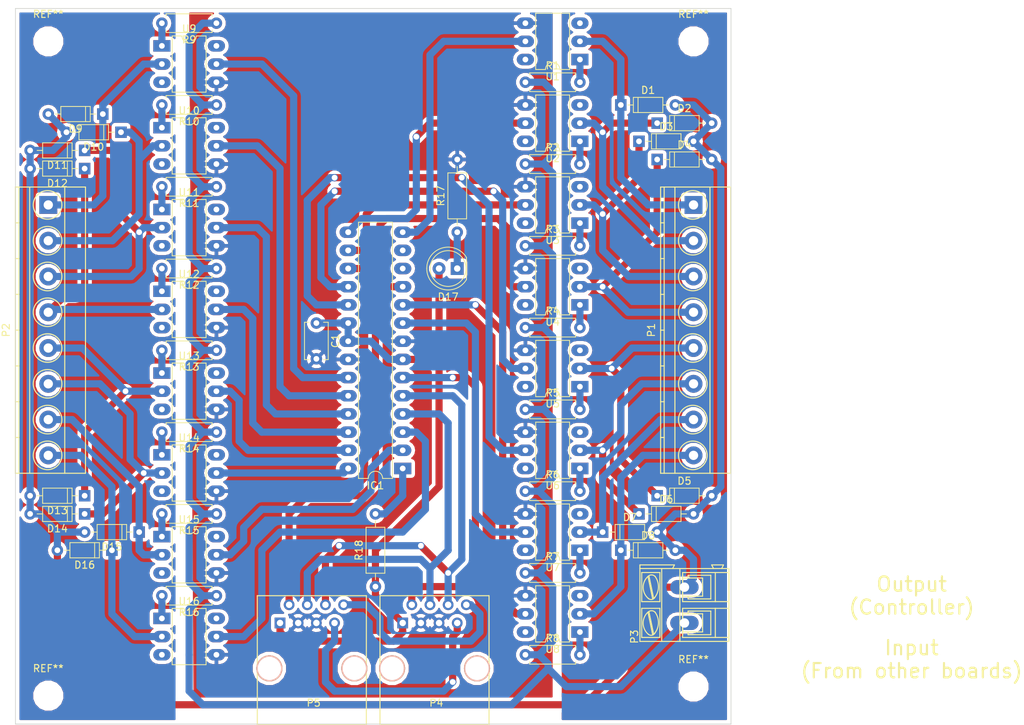
<source format=kicad_pcb>
(kicad_pcb (version 4) (host pcbnew 4.0.7)
  (layers (0 F.Cu signal) (31 B.Cu signal) (34 B.Paste user) (35 F.Paste user) (36 B.SilkS user) (37 F.SilkS user) (38 B.Mask user) (39 F.Mask user) (44 Edge.Cuts user))
  (net 0 "")
  (net 1 VCC)
  (net 2 GND)
  (net 3 "Net-(D1-Pad1)")
  (net 4 /RAILDATA-)
  (net 5 "Net-(D2-Pad1)")
  (net 6 "Net-(D3-Pad1)")
  (net 7 "Net-(D4-Pad1)")
  (net 8 "Net-(D5-Pad1)")
  (net 9 "Net-(D6-Pad1)")
  (net 10 "Net-(D7-Pad1)")
  (net 11 "Net-(D8-Pad1)")
  (net 12 "Net-(D9-Pad1)")
  (net 13 "Net-(D10-Pad1)")
  (net 14 "Net-(D11-Pad1)")
  (net 15 "Net-(D12-Pad1)")
  (net 16 "Net-(D13-Pad1)")
  (net 17 "Net-(D14-Pad1)")
  (net 18 "Net-(D15-Pad1)")
  (net 19 "Net-(D16-Pad1)")
  (net 20 /INPUT15)
  (net 21 /INPUT2)
  (net 22 /INPUT16)
  (net 23 /INPUT3)
  (net 24 /INPUT4)
  (net 25 /S88_CLK)
  (net 26 /INPUT5)
  (net 27 /S88_LOAD)
  (net 28 /INPUT6)
  (net 29 /S88_DATA_OUT)
  (net 30 /INPUT7)
  (net 31 /INPUT9)
  (net 32 /INPUT8)
  (net 33 /INPUT10)
  (net 34 /S88_DATA_IN)
  (net 35 /INPUT11)
  (net 36 /INPUT12)
  (net 37 /INPUT13)
  (net 38 /INPUT1)
  (net 39 /INPUT14)
  (net 40 /RAILDATA+)
  (net 41 "Net-(P4-Pad7)")
  (net 42 "Net-(P4-Pad8)")
  (net 43 "Net-(R1-Pad2)")
  (net 44 "Net-(R2-Pad2)")
  (net 45 "Net-(R3-Pad2)")
  (net 46 "Net-(R4-Pad2)")
  (net 47 "Net-(R5-Pad2)")
  (net 48 "Net-(R6-Pad2)")
  (net 49 "Net-(R7-Pad2)")
  (net 50 "Net-(R8-Pad2)")
  (net 51 "Net-(R9-Pad2)")
  (net 52 "Net-(R10-Pad2)")
  (net 53 "Net-(R11-Pad2)")
  (net 54 "Net-(R12-Pad2)")
  (net 55 "Net-(R13-Pad2)")
  (net 56 "Net-(R14-Pad2)")
  (net 57 "Net-(R15-Pad2)")
  (net 58 "Net-(R16-Pad2)")
  (net 59 "Net-(IC1-Pad1)")
  (net 60 "Net-(IC1-Pad12)")
  (net 61 "Net-(IC1-Pad13)")
  (net 62 "Net-(U1-Pad3)")
  (net 63 "Net-(U1-Pad6)")
  (net 64 "Net-(U2-Pad3)")
  (net 65 "Net-(U2-Pad6)")
  (net 66 "Net-(U3-Pad3)")
  (net 67 "Net-(U3-Pad6)")
  (net 68 "Net-(U4-Pad3)")
  (net 69 "Net-(U4-Pad6)")
  (net 70 "Net-(U5-Pad3)")
  (net 71 "Net-(U5-Pad6)")
  (net 72 "Net-(U6-Pad3)")
  (net 73 "Net-(U6-Pad6)")
  (net 74 "Net-(U7-Pad3)")
  (net 75 "Net-(U7-Pad6)")
  (net 76 "Net-(U8-Pad3)")
  (net 77 "Net-(U8-Pad6)")
  (net 78 "Net-(U9-Pad3)")
  (net 79 "Net-(U9-Pad6)")
  (net 80 "Net-(U10-Pad3)")
  (net 81 "Net-(U10-Pad6)")
  (net 82 "Net-(U11-Pad3)")
  (net 83 "Net-(U11-Pad6)")
  (net 84 "Net-(U12-Pad3)")
  (net 85 "Net-(U12-Pad6)")
  (net 86 "Net-(U13-Pad3)")
  (net 87 "Net-(U13-Pad6)")
  (net 88 "Net-(U14-Pad3)")
  (net 89 "Net-(U14-Pad6)")
  (net 90 "Net-(U15-Pad3)")
  (net 91 "Net-(U15-Pad6)")
  (net 92 "Net-(U16-Pad3)")
  (net 93 "Net-(U16-Pad6)")
  (net 94 "Net-(D17-Pad1)")
  (module Diodes_ThroughHole:D_DO-35_SOD27_P7.62mm_Horizontal (layer F.Cu) (at 106.68 85.09)
    (fp_text reference D5 (at 3.81 -2.06) (layer F.SilkS))
    (fp_text value D)
    (pad 1 thru_hole rect (at 0 0) (size 1.6 1.6) (drill 0.8) (layers *.Cu *.Mask) (net 8 "Net-(D5-Pad1)"))
    (pad 2 thru_hole oval (at 7.62 0) (size 1.6 1.6) (drill 0.8) (layers *.Cu *.Mask) (net 4 /RAILDATA-))
  )
  (module Capacitors_ThroughHole:C_Disc_D5.1mm_W3.2mm_P5.00mm (layer F.Cu) (at 59.055 60.96 270)
    (fp_text reference C1 (at 2.5 -2.66 270) (layer F.SilkS))
    (fp_text value 100nF)
    (pad 1 thru_hole circle (at 0 0 270) (size 1.6 1.6) (drill 0.8) (layers *.Cu *.Mask) (net 1 VCC))
    (pad 2 thru_hole circle (at 5 0 270) (size 1.6 1.6) (drill 0.8) (layers *.Cu *.Mask) (net 2 GND))
  )
  (module Diodes_ThroughHole:D_DO-35_SOD27_P7.62mm_Horizontal (layer F.Cu) (at 101.6 30.48)
    (fp_text reference D1 (at 3.81 -2.06) (layer F.SilkS))
    (fp_text value D)
    (pad 1 thru_hole rect (at 0 0) (size 1.6 1.6) (drill 0.8) (layers *.Cu *.Mask) (net 3 "Net-(D1-Pad1)"))
    (pad 2 thru_hole oval (at 7.62 0) (size 1.6 1.6) (drill 0.8) (layers *.Cu *.Mask) (net 4 /RAILDATA-))
  )
  (module Diodes_ThroughHole:D_DO-35_SOD27_P7.62mm_Horizontal (layer F.Cu) (at 106.68 33.02)
    (fp_text reference D2 (at 3.81 -2.06) (layer F.SilkS))
    (fp_text value D)
    (pad 1 thru_hole rect (at 0 0) (size 1.6 1.6) (drill 0.8) (layers *.Cu *.Mask) (net 5 "Net-(D2-Pad1)"))
    (pad 2 thru_hole oval (at 7.62 0) (size 1.6 1.6) (drill 0.8) (layers *.Cu *.Mask) (net 4 /RAILDATA-))
  )
  (module Diodes_ThroughHole:D_DO-35_SOD27_P7.62mm_Horizontal (layer F.Cu) (at 104.14 35.56)
    (fp_text reference D3 (at 3.81 -2.06) (layer F.SilkS))
    (fp_text value D)
    (pad 1 thru_hole rect (at 0 0) (size 1.6 1.6) (drill 0.8) (layers *.Cu *.Mask) (net 6 "Net-(D3-Pad1)"))
    (pad 2 thru_hole oval (at 7.62 0) (size 1.6 1.6) (drill 0.8) (layers *.Cu *.Mask) (net 4 /RAILDATA-))
  )
  (module Diodes_ThroughHole:D_DO-35_SOD27_P7.62mm_Horizontal (layer F.Cu) (at 106.68 38.1)
    (fp_text reference D4 (at 3.81 -2.06) (layer F.SilkS))
    (fp_text value D)
    (pad 1 thru_hole rect (at 0 0) (size 1.6 1.6) (drill 0.8) (layers *.Cu *.Mask) (net 7 "Net-(D4-Pad1)"))
    (pad 2 thru_hole oval (at 7.62 0) (size 1.6 1.6) (drill 0.8) (layers *.Cu *.Mask) (net 4 /RAILDATA-))
  )
  (module Diodes_ThroughHole:D_DO-35_SOD27_P7.62mm_Horizontal (layer F.Cu) (at 104.14 87.63)
    (fp_text reference D6 (at 3.81 -2.06) (layer F.SilkS))
    (fp_text value D)
    (pad 1 thru_hole rect (at 0 0) (size 1.6 1.6) (drill 0.8) (layers *.Cu *.Mask) (net 9 "Net-(D6-Pad1)"))
    (pad 2 thru_hole oval (at 7.62 0) (size 1.6 1.6) (drill 0.8) (layers *.Cu *.Mask) (net 4 /RAILDATA-))
  )
  (module Diodes_ThroughHole:D_DO-35_SOD27_P7.62mm_Horizontal (layer F.Cu) (at 99.06 90.17)
    (fp_text reference D7 (at 3.81 -2.06) (layer F.SilkS))
    (fp_text value D)
    (pad 1 thru_hole rect (at 0 0) (size 1.6 1.6) (drill 0.8) (layers *.Cu *.Mask) (net 10 "Net-(D7-Pad1)"))
    (pad 2 thru_hole oval (at 7.62 0) (size 1.6 1.6) (drill 0.8) (layers *.Cu *.Mask) (net 4 /RAILDATA-))
  )
  (module Diodes_ThroughHole:D_DO-35_SOD27_P7.62mm_Horizontal (layer F.Cu) (at 101.6 92.71)
    (fp_text reference D8 (at 3.81 -2.06) (layer F.SilkS))
    (fp_text value D)
    (pad 1 thru_hole rect (at 0 0) (size 1.6 1.6) (drill 0.8) (layers *.Cu *.Mask) (net 11 "Net-(D8-Pad1)"))
    (pad 2 thru_hole oval (at 7.62 0) (size 1.6 1.6) (drill 0.8) (layers *.Cu *.Mask) (net 4 /RAILDATA-))
  )
  (module Diodes_ThroughHole:D_DO-35_SOD27_P7.62mm_Horizontal (layer F.Cu) (at 29.21 31.75 180)
    (fp_text reference D9 (at 3.81 -2.06 180) (layer F.SilkS))
    (fp_text value D)
    (pad 1 thru_hole rect (at 0 0 180) (size 1.6 1.6) (drill 0.8) (layers *.Cu *.Mask) (net 12 "Net-(D9-Pad1)"))
    (pad 2 thru_hole oval (at 7.62 0 180) (size 1.6 1.6) (drill 0.8) (layers *.Cu *.Mask) (net 4 /RAILDATA-))
  )
  (module Diodes_ThroughHole:D_DO-35_SOD27_P7.62mm_Horizontal (layer F.Cu) (at 31.75 34.29 180)
    (fp_text reference D10 (at 3.81 -2.06 180) (layer F.SilkS))
    (fp_text value D)
    (pad 1 thru_hole rect (at 0 0 180) (size 1.6 1.6) (drill 0.8) (layers *.Cu *.Mask) (net 13 "Net-(D10-Pad1)"))
    (pad 2 thru_hole oval (at 7.62 0 180) (size 1.6 1.6) (drill 0.8) (layers *.Cu *.Mask) (net 4 /RAILDATA-))
  )
  (module Diodes_ThroughHole:D_DO-35_SOD27_P7.62mm_Horizontal (layer F.Cu) (at 26.67 36.83 180)
    (fp_text reference D11 (at 3.81 -2.06 180) (layer F.SilkS))
    (fp_text value D)
    (pad 1 thru_hole rect (at 0 0 180) (size 1.6 1.6) (drill 0.8) (layers *.Cu *.Mask) (net 14 "Net-(D11-Pad1)"))
    (pad 2 thru_hole oval (at 7.62 0 180) (size 1.6 1.6) (drill 0.8) (layers *.Cu *.Mask) (net 4 /RAILDATA-))
  )
  (module Diodes_ThroughHole:D_DO-35_SOD27_P7.62mm_Horizontal (layer F.Cu) (at 26.67 39.37 180)
    (fp_text reference D12 (at 3.81 -2.06 180) (layer F.SilkS))
    (fp_text value D)
    (pad 1 thru_hole rect (at 0 0 180) (size 1.6 1.6) (drill 0.8) (layers *.Cu *.Mask) (net 15 "Net-(D12-Pad1)"))
    (pad 2 thru_hole oval (at 7.62 0 180) (size 1.6 1.6) (drill 0.8) (layers *.Cu *.Mask) (net 4 /RAILDATA-))
  )
  (module Diodes_ThroughHole:D_DO-35_SOD27_P7.62mm_Horizontal (layer F.Cu) (at 26.67 85.09 180)
    (fp_text reference D13 (at 3.81 -2.06 180) (layer F.SilkS))
    (fp_text value D)
    (pad 1 thru_hole rect (at 0 0 180) (size 1.6 1.6) (drill 0.8) (layers *.Cu *.Mask) (net 16 "Net-(D13-Pad1)"))
    (pad 2 thru_hole oval (at 7.62 0 180) (size 1.6 1.6) (drill 0.8) (layers *.Cu *.Mask) (net 4 /RAILDATA-))
  )
  (module Diodes_ThroughHole:D_DO-35_SOD27_P7.62mm_Horizontal (layer F.Cu) (at 26.67 87.63 180)
    (fp_text reference D14 (at 3.81 -2.06 180) (layer F.SilkS))
    (fp_text value D)
    (pad 1 thru_hole rect (at 0 0 180) (size 1.6 1.6) (drill 0.8) (layers *.Cu *.Mask) (net 17 "Net-(D14-Pad1)"))
    (pad 2 thru_hole oval (at 7.62 0 180) (size 1.6 1.6) (drill 0.8) (layers *.Cu *.Mask) (net 4 /RAILDATA-))
  )
  (module Diodes_ThroughHole:D_DO-35_SOD27_P7.62mm_Horizontal (layer F.Cu) (at 34.29 90.17 180)
    (fp_text reference D15 (at 3.81 -2.06 180) (layer F.SilkS))
    (fp_text value D)
    (pad 1 thru_hole rect (at 0 0 180) (size 1.6 1.6) (drill 0.8) (layers *.Cu *.Mask) (net 18 "Net-(D15-Pad1)"))
    (pad 2 thru_hole oval (at 7.62 0 180) (size 1.6 1.6) (drill 0.8) (layers *.Cu *.Mask) (net 4 /RAILDATA-))
  )
  (module Diodes_ThroughHole:D_DO-35_SOD27_P7.62mm_Horizontal (layer F.Cu) (at 30.48 92.71 180)
    (fp_text reference D16 (at 3.81 -2.06 180) (layer F.SilkS))
    (fp_text value D)
    (pad 1 thru_hole rect (at 0 0 180) (size 1.6 1.6) (drill 0.8) (layers *.Cu *.Mask) (net 19 "Net-(D16-Pad1)"))
    (pad 2 thru_hole oval (at 7.62 0 180) (size 1.6 1.6) (drill 0.8) (layers *.Cu *.Mask) (net 4 /RAILDATA-))
  )
  (module Housings_DIP:DIP-28_W7.62mm_LongPads (layer F.Cu) (at 71.12 81.28 180)
    (fp_text reference IC1 (at 3.81 -2.39 180) (layer F.SilkS))
    (fp_text value ATMEGA88-P)
    (pad 1 thru_hole rect (at 0 0 180) (size 2.4 1.6) (drill 0.8) (layers *.Cu *.Mask) (net 59 "Net-(IC1-Pad1)"))
    (pad 15 thru_hole oval (at 7.62 33.02 180) (size 2.4 1.6) (drill 0.8) (layers *.Cu *.Mask) (net 21 /INPUT2))
    (pad 2 thru_hole oval (at 0 2.54 180) (size 2.4 1.6) (drill 0.8) (layers *.Cu *.Mask) (net 20 /INPUT15))
    (pad 16 thru_hole oval (at 7.62 30.48 180) (size 2.4 1.6) (drill 0.8) (layers *.Cu *.Mask) (net 23 /INPUT3))
    (pad 3 thru_hole oval (at 0 5.08 180) (size 2.4 1.6) (drill 0.8) (layers *.Cu *.Mask) (net 22 /INPUT16))
    (pad 17 thru_hole oval (at 7.62 27.94 180) (size 2.4 1.6) (drill 0.8) (layers *.Cu *.Mask) (net 24 /INPUT4))
    (pad 4 thru_hole oval (at 0 7.62 180) (size 2.4 1.6) (drill 0.8) (layers *.Cu *.Mask) (net 25 /S88_CLK))
    (pad 18 thru_hole oval (at 7.62 25.4 180) (size 2.4 1.6) (drill 0.8) (layers *.Cu *.Mask) (net 26 /INPUT5))
    (pad 5 thru_hole oval (at 0 10.16 180) (size 2.4 1.6) (drill 0.8) (layers *.Cu *.Mask) (net 27 /S88_LOAD))
    (pad 19 thru_hole oval (at 7.62 22.86 180) (size 2.4 1.6) (drill 0.8) (layers *.Cu *.Mask) (net 28 /INPUT6))
    (pad 6 thru_hole oval (at 0 12.7 180) (size 2.4 1.6) (drill 0.8) (layers *.Cu *.Mask) (net 29 /S88_DATA_OUT))
    (pad 20 thru_hole oval (at 7.62 20.32 180) (size 2.4 1.6) (drill 0.8) (layers *.Cu *.Mask) (net 1 VCC))
    (pad 7 thru_hole oval (at 0 15.24 180) (size 2.4 1.6) (drill 0.8) (layers *.Cu *.Mask) (net 1 VCC))
    (pad 21 thru_hole oval (at 7.62 17.78 180) (size 2.4 1.6) (drill 0.8) (layers *.Cu *.Mask) (net 1 VCC))
    (pad 8 thru_hole oval (at 0 17.78 180) (size 2.4 1.6) (drill 0.8) (layers *.Cu *.Mask) (net 2 GND))
    (pad 22 thru_hole oval (at 7.62 15.24 180) (size 2.4 1.6) (drill 0.8) (layers *.Cu *.Mask) (net 2 GND))
    (pad 9 thru_hole oval (at 0 20.32 180) (size 2.4 1.6) (drill 0.8) (layers *.Cu *.Mask) (net 30 /INPUT7))
    (pad 23 thru_hole oval (at 7.62 12.7 180) (size 2.4 1.6) (drill 0.8) (layers *.Cu *.Mask) (net 31 /INPUT9))
    (pad 10 thru_hole oval (at 0 22.86 180) (size 2.4 1.6) (drill 0.8) (layers *.Cu *.Mask) (net 32 /INPUT8))
    (pad 24 thru_hole oval (at 7.62 10.16 180) (size 2.4 1.6) (drill 0.8) (layers *.Cu *.Mask) (net 33 /INPUT10))
    (pad 11 thru_hole oval (at 0 25.4 180) (size 2.4 1.6) (drill 0.8) (layers *.Cu *.Mask) (net 34 /S88_DATA_IN))
    (pad 25 thru_hole oval (at 7.62 7.62 180) (size 2.4 1.6) (drill 0.8) (layers *.Cu *.Mask) (net 35 /INPUT11))
    (pad 12 thru_hole oval (at 0 27.94 180) (size 2.4 1.6) (drill 0.8) (layers *.Cu *.Mask) (net 60 "Net-(IC1-Pad12)"))
    (pad 26 thru_hole oval (at 7.62 5.08 180) (size 2.4 1.6) (drill 0.8) (layers *.Cu *.Mask) (net 36 /INPUT12))
    (pad 13 thru_hole oval (at 0 30.48 180) (size 2.4 1.6) (drill 0.8) (layers *.Cu *.Mask) (net 61 "Net-(IC1-Pad13)"))
    (pad 27 thru_hole oval (at 7.62 2.54 180) (size 2.4 1.6) (drill 0.8) (layers *.Cu *.Mask) (net 37 /INPUT13))
    (pad 14 thru_hole oval (at 0 33.02 180) (size 2.4 1.6) (drill 0.8) (layers *.Cu *.Mask) (net 38 /INPUT1))
    (pad 28 thru_hole oval (at 7.62 0 180) (size 2.4 1.6) (drill 0.8) (layers *.Cu *.Mask) (net 39 /INPUT14))
  )
  (module Connect:AK300-2 (layer F.Cu) (at 110.49 102.87 90)
    (fp_text reference P3 (at -1.92 -6.985 90) (layer F.SilkS))
    (fp_text value CONN_01X02)
    (pad 1 thru_hole oval (at 0 0 90) (size 1.9812 3.9624) (drill 1.3208) (layers *.Cu F.Paste F.Mask) (net 40 /RAILDATA+))
    (pad 2 thru_hole oval (at 5 0 90) (size 1.9812 3.9624) (drill 1.3208) (layers *.Cu F.Paste F.Mask) (net 4 /RAILDATA-))
  )
  (module Connect:RJ45_8 (layer F.Cu) (at 75.565 109.22)
    (fp_text reference P4 (at 0.254 4.826) (layer F.SilkS))
    (fp_text value CONN_01X08)
    (pad Hole np_thru_hole circle (at 5.93852 0) (size 3.64998 3.64998) (drill 3.2512) (layers *.Cu *.SilkS *.Mask))
    (pad Hole np_thru_hole circle (at -5.9309 0) (size 3.64998 3.64998) (drill 3.2512) (layers *.Cu *.SilkS *.Mask))
    (pad 1 thru_hole rect (at -4.445 -6.35) (size 1.50114 1.50114) (drill 0.89916) (layers *.Cu *.Mask) (net 1 VCC))
    (pad 2 thru_hole circle (at -3.175 -8.89) (size 1.50114 1.50114) (drill 0.89916) (layers *.Cu *.Mask) (net 29 /S88_DATA_OUT))
    (pad 3 thru_hole circle (at -1.905 -6.35) (size 1.50114 1.50114) (drill 0.89916) (layers *.Cu *.Mask) (net 2 GND))
    (pad 4 thru_hole circle (at -0.635 -8.89) (size 1.50114 1.50114) (drill 0.89916) (layers *.Cu *.Mask) (net 25 /S88_CLK))
    (pad 5 thru_hole circle (at 0.635 -6.35) (size 1.50114 1.50114) (drill 0.89916) (layers *.Cu *.Mask) (net 2 GND))
    (pad 6 thru_hole circle (at 1.905 -8.89) (size 1.50114 1.50114) (drill 0.89916) (layers *.Cu *.Mask) (net 27 /S88_LOAD))
    (pad 7 thru_hole circle (at 3.175 -6.35) (size 1.50114 1.50114) (drill 0.89916) (layers *.Cu *.Mask) (net 41 "Net-(P4-Pad7)"))
    (pad 8 thru_hole circle (at 4.445 -8.89) (size 1.50114 1.50114) (drill 0.89916) (layers *.Cu *.Mask) (net 42 "Net-(P4-Pad8)"))
  )
  (module Connect:RJ45_8 (layer F.Cu) (at 58.42 109.22)
    (fp_text reference P5 (at 0.254 4.826) (layer F.SilkS))
    (fp_text value CONN_01X08)
    (pad Hole np_thru_hole circle (at 5.93852 0) (size 3.64998 3.64998) (drill 3.2512) (layers *.Cu *.SilkS *.Mask))
    (pad Hole np_thru_hole circle (at -5.9309 0) (size 3.64998 3.64998) (drill 3.2512) (layers *.Cu *.SilkS *.Mask))
    (pad 1 thru_hole rect (at -4.445 -6.35) (size 1.50114 1.50114) (drill 0.89916) (layers *.Cu *.Mask) (net 1 VCC))
    (pad 2 thru_hole circle (at -3.175 -8.89) (size 1.50114 1.50114) (drill 0.89916) (layers *.Cu *.Mask) (net 34 /S88_DATA_IN))
    (pad 3 thru_hole circle (at -1.905 -6.35) (size 1.50114 1.50114) (drill 0.89916) (layers *.Cu *.Mask) (net 2 GND))
    (pad 4 thru_hole circle (at -0.635 -8.89) (size 1.50114 1.50114) (drill 0.89916) (layers *.Cu *.Mask) (net 25 /S88_CLK))
    (pad 5 thru_hole circle (at 0.635 -6.35) (size 1.50114 1.50114) (drill 0.89916) (layers *.Cu *.Mask) (net 2 GND))
    (pad 6 thru_hole circle (at 1.905 -8.89) (size 1.50114 1.50114) (drill 0.89916) (layers *.Cu *.Mask) (net 27 /S88_LOAD))
    (pad 7 thru_hole circle (at 3.175 -6.35) (size 1.50114 1.50114) (drill 0.89916) (layers *.Cu *.Mask) (net 41 "Net-(P4-Pad7)"))
    (pad 8 thru_hole circle (at 4.445 -8.89) (size 1.50114 1.50114) (drill 0.89916) (layers *.Cu *.Mask) (net 42 "Net-(P4-Pad8)"))
  )
  (module Housings_DIP:DIP-6_W7.62mm_LongPads (layer F.Cu) (at 95.885 24.13 180)
    (fp_text reference U1 (at 3.81 -2.39 180) (layer F.SilkS))
    (fp_text value CNY17-1)
    (pad 1 thru_hole rect (at 0 0 180) (size 2.4 1.6) (drill 0.8) (layers *.Cu *.Mask) (net 43 "Net-(R1-Pad2)"))
    (pad 4 thru_hole oval (at 7.62 5.08 180) (size 2.4 1.6) (drill 0.8) (layers *.Cu *.Mask) (net 2 GND))
    (pad 2 thru_hole oval (at 0 2.54 180) (size 2.4 1.6) (drill 0.8) (layers *.Cu *.Mask) (net 3 "Net-(D1-Pad1)"))
    (pad 5 thru_hole oval (at 7.62 2.54 180) (size 2.4 1.6) (drill 0.8) (layers *.Cu *.Mask) (net 38 /INPUT1))
    (pad 3 thru_hole oval (at 0 5.08 180) (size 2.4 1.6) (drill 0.8) (layers *.Cu *.Mask) (net 62 "Net-(U1-Pad3)"))
    (pad 6 thru_hole oval (at 7.62 0 180) (size 2.4 1.6) (drill 0.8) (layers *.Cu *.Mask) (net 63 "Net-(U1-Pad6)"))
  )
  (module Housings_DIP:DIP-6_W7.62mm_LongPads (layer F.Cu) (at 95.885 35.56 180)
    (fp_text reference U2 (at 3.81 -2.39 180) (layer F.SilkS))
    (fp_text value CNY17-1)
    (pad 1 thru_hole rect (at 0 0 180) (size 2.4 1.6) (drill 0.8) (layers *.Cu *.Mask) (net 44 "Net-(R2-Pad2)"))
    (pad 4 thru_hole oval (at 7.62 5.08 180) (size 2.4 1.6) (drill 0.8) (layers *.Cu *.Mask) (net 2 GND))
    (pad 2 thru_hole oval (at 0 2.54 180) (size 2.4 1.6) (drill 0.8) (layers *.Cu *.Mask) (net 5 "Net-(D2-Pad1)"))
    (pad 5 thru_hole oval (at 7.62 2.54 180) (size 2.4 1.6) (drill 0.8) (layers *.Cu *.Mask) (net 21 /INPUT2))
    (pad 3 thru_hole oval (at 0 5.08 180) (size 2.4 1.6) (drill 0.8) (layers *.Cu *.Mask) (net 64 "Net-(U2-Pad3)"))
    (pad 6 thru_hole oval (at 7.62 0 180) (size 2.4 1.6) (drill 0.8) (layers *.Cu *.Mask) (net 65 "Net-(U2-Pad6)"))
  )
  (module Housings_DIP:DIP-6_W7.62mm_LongPads (layer F.Cu) (at 95.885 46.99 180)
    (fp_text reference U3 (at 3.81 -2.39 180) (layer F.SilkS))
    (fp_text value CNY17-1)
    (pad 1 thru_hole rect (at 0 0 180) (size 2.4 1.6) (drill 0.8) (layers *.Cu *.Mask) (net 45 "Net-(R3-Pad2)"))
    (pad 4 thru_hole oval (at 7.62 5.08 180) (size 2.4 1.6) (drill 0.8) (layers *.Cu *.Mask) (net 2 GND))
    (pad 2 thru_hole oval (at 0 2.54 180) (size 2.4 1.6) (drill 0.8) (layers *.Cu *.Mask) (net 6 "Net-(D3-Pad1)"))
    (pad 5 thru_hole oval (at 7.62 2.54 180) (size 2.4 1.6) (drill 0.8) (layers *.Cu *.Mask) (net 23 /INPUT3))
    (pad 3 thru_hole oval (at 0 5.08 180) (size 2.4 1.6) (drill 0.8) (layers *.Cu *.Mask) (net 66 "Net-(U3-Pad3)"))
    (pad 6 thru_hole oval (at 7.62 0 180) (size 2.4 1.6) (drill 0.8) (layers *.Cu *.Mask) (net 67 "Net-(U3-Pad6)"))
  )
  (module Housings_DIP:DIP-6_W7.62mm_LongPads (layer F.Cu) (at 95.885 58.42 180)
    (fp_text reference U4 (at 3.81 -2.39 180) (layer F.SilkS))
    (fp_text value CNY17-1)
    (pad 1 thru_hole rect (at 0 0 180) (size 2.4 1.6) (drill 0.8) (layers *.Cu *.Mask) (net 46 "Net-(R4-Pad2)"))
    (pad 4 thru_hole oval (at 7.62 5.08 180) (size 2.4 1.6) (drill 0.8) (layers *.Cu *.Mask) (net 2 GND))
    (pad 2 thru_hole oval (at 0 2.54 180) (size 2.4 1.6) (drill 0.8) (layers *.Cu *.Mask) (net 7 "Net-(D4-Pad1)"))
    (pad 5 thru_hole oval (at 7.62 2.54 180) (size 2.4 1.6) (drill 0.8) (layers *.Cu *.Mask) (net 24 /INPUT4))
    (pad 3 thru_hole oval (at 0 5.08 180) (size 2.4 1.6) (drill 0.8) (layers *.Cu *.Mask) (net 68 "Net-(U4-Pad3)"))
    (pad 6 thru_hole oval (at 7.62 0 180) (size 2.4 1.6) (drill 0.8) (layers *.Cu *.Mask) (net 69 "Net-(U4-Pad6)"))
  )
  (module Housings_DIP:DIP-6_W7.62mm_LongPads (layer F.Cu) (at 95.885 69.85 180)
    (fp_text reference U5 (at 3.81 -2.39 180) (layer F.SilkS))
    (fp_text value CNY17-1)
    (pad 1 thru_hole rect (at 0 0 180) (size 2.4 1.6) (drill 0.8) (layers *.Cu *.Mask) (net 47 "Net-(R5-Pad2)"))
    (pad 4 thru_hole oval (at 7.62 5.08 180) (size 2.4 1.6) (drill 0.8) (layers *.Cu *.Mask) (net 2 GND))
    (pad 2 thru_hole oval (at 0 2.54 180) (size 2.4 1.6) (drill 0.8) (layers *.Cu *.Mask) (net 8 "Net-(D5-Pad1)"))
    (pad 5 thru_hole oval (at 7.62 2.54 180) (size 2.4 1.6) (drill 0.8) (layers *.Cu *.Mask) (net 26 /INPUT5))
    (pad 3 thru_hole oval (at 0 5.08 180) (size 2.4 1.6) (drill 0.8) (layers *.Cu *.Mask) (net 70 "Net-(U5-Pad3)"))
    (pad 6 thru_hole oval (at 7.62 0 180) (size 2.4 1.6) (drill 0.8) (layers *.Cu *.Mask) (net 71 "Net-(U5-Pad6)"))
  )
  (module Housings_DIP:DIP-6_W7.62mm_LongPads (layer F.Cu) (at 95.885 81.28 180)
    (fp_text reference U6 (at 3.81 -2.39 180) (layer F.SilkS))
    (fp_text value CNY17-1)
    (pad 1 thru_hole rect (at 0 0 180) (size 2.4 1.6) (drill 0.8) (layers *.Cu *.Mask) (net 48 "Net-(R6-Pad2)"))
    (pad 4 thru_hole oval (at 7.62 5.08 180) (size 2.4 1.6) (drill 0.8) (layers *.Cu *.Mask) (net 2 GND))
    (pad 2 thru_hole oval (at 0 2.54 180) (size 2.4 1.6) (drill 0.8) (layers *.Cu *.Mask) (net 9 "Net-(D6-Pad1)"))
    (pad 5 thru_hole oval (at 7.62 2.54 180) (size 2.4 1.6) (drill 0.8) (layers *.Cu *.Mask) (net 28 /INPUT6))
    (pad 3 thru_hole oval (at 0 5.08 180) (size 2.4 1.6) (drill 0.8) (layers *.Cu *.Mask) (net 72 "Net-(U6-Pad3)"))
    (pad 6 thru_hole oval (at 7.62 0 180) (size 2.4 1.6) (drill 0.8) (layers *.Cu *.Mask) (net 73 "Net-(U6-Pad6)"))
  )
  (module Housings_DIP:DIP-6_W7.62mm_LongPads (layer F.Cu) (at 95.885 92.71 180)
    (fp_text reference U7 (at 3.81 -2.39 180) (layer F.SilkS))
    (fp_text value CNY17-1)
    (pad 1 thru_hole rect (at 0 0 180) (size 2.4 1.6) (drill 0.8) (layers *.Cu *.Mask) (net 49 "Net-(R7-Pad2)"))
    (pad 4 thru_hole oval (at 7.62 5.08 180) (size 2.4 1.6) (drill 0.8) (layers *.Cu *.Mask) (net 2 GND))
    (pad 2 thru_hole oval (at 0 2.54 180) (size 2.4 1.6) (drill 0.8) (layers *.Cu *.Mask) (net 10 "Net-(D7-Pad1)"))
    (pad 5 thru_hole oval (at 7.62 2.54 180) (size 2.4 1.6) (drill 0.8) (layers *.Cu *.Mask) (net 30 /INPUT7))
    (pad 3 thru_hole oval (at 0 5.08 180) (size 2.4 1.6) (drill 0.8) (layers *.Cu *.Mask) (net 74 "Net-(U7-Pad3)"))
    (pad 6 thru_hole oval (at 7.62 0 180) (size 2.4 1.6) (drill 0.8) (layers *.Cu *.Mask) (net 75 "Net-(U7-Pad6)"))
  )
  (module Housings_DIP:DIP-6_W7.62mm_LongPads (layer F.Cu) (at 95.885 104.14 180)
    (fp_text reference U8 (at 3.81 -2.39 180) (layer F.SilkS))
    (fp_text value CNY17-1)
    (pad 1 thru_hole rect (at 0 0 180) (size 2.4 1.6) (drill 0.8) (layers *.Cu *.Mask) (net 50 "Net-(R8-Pad2)"))
    (pad 4 thru_hole oval (at 7.62 5.08 180) (size 2.4 1.6) (drill 0.8) (layers *.Cu *.Mask) (net 2 GND))
    (pad 2 thru_hole oval (at 0 2.54 180) (size 2.4 1.6) (drill 0.8) (layers *.Cu *.Mask) (net 11 "Net-(D8-Pad1)"))
    (pad 5 thru_hole oval (at 7.62 2.54 180) (size 2.4 1.6) (drill 0.8) (layers *.Cu *.Mask) (net 32 /INPUT8))
    (pad 3 thru_hole oval (at 0 5.08 180) (size 2.4 1.6) (drill 0.8) (layers *.Cu *.Mask) (net 76 "Net-(U8-Pad3)"))
    (pad 6 thru_hole oval (at 7.62 0 180) (size 2.4 1.6) (drill 0.8) (layers *.Cu *.Mask) (net 77 "Net-(U8-Pad6)"))
  )
  (module Housings_DIP:DIP-6_W7.62mm_LongPads (layer F.Cu) (at 37.465 22.225)
    (fp_text reference U9 (at 3.81 -2.39) (layer F.SilkS))
    (fp_text value CNY17-1)
    (pad 1 thru_hole rect (at 0 0) (size 2.4 1.6) (drill 0.8) (layers *.Cu *.Mask) (net 51 "Net-(R9-Pad2)"))
    (pad 4 thru_hole oval (at 7.62 5.08) (size 2.4 1.6) (drill 0.8) (layers *.Cu *.Mask) (net 2 GND))
    (pad 2 thru_hole oval (at 0 2.54) (size 2.4 1.6) (drill 0.8) (layers *.Cu *.Mask) (net 12 "Net-(D9-Pad1)"))
    (pad 5 thru_hole oval (at 7.62 2.54) (size 2.4 1.6) (drill 0.8) (layers *.Cu *.Mask) (net 31 /INPUT9))
    (pad 3 thru_hole oval (at 0 5.08) (size 2.4 1.6) (drill 0.8) (layers *.Cu *.Mask) (net 78 "Net-(U9-Pad3)"))
    (pad 6 thru_hole oval (at 7.62 0) (size 2.4 1.6) (drill 0.8) (layers *.Cu *.Mask) (net 79 "Net-(U9-Pad6)"))
  )
  (module Housings_DIP:DIP-6_W7.62mm_LongPads (layer F.Cu) (at 37.465 33.655)
    (fp_text reference U10 (at 3.81 -2.39) (layer F.SilkS))
    (fp_text value CNY17-1)
    (pad 1 thru_hole rect (at 0 0) (size 2.4 1.6) (drill 0.8) (layers *.Cu *.Mask) (net 52 "Net-(R10-Pad2)"))
    (pad 4 thru_hole oval (at 7.62 5.08) (size 2.4 1.6) (drill 0.8) (layers *.Cu *.Mask) (net 2 GND))
    (pad 2 thru_hole oval (at 0 2.54) (size 2.4 1.6) (drill 0.8) (layers *.Cu *.Mask) (net 13 "Net-(D10-Pad1)"))
    (pad 5 thru_hole oval (at 7.62 2.54) (size 2.4 1.6) (drill 0.8) (layers *.Cu *.Mask) (net 33 /INPUT10))
    (pad 3 thru_hole oval (at 0 5.08) (size 2.4 1.6) (drill 0.8) (layers *.Cu *.Mask) (net 80 "Net-(U10-Pad3)"))
    (pad 6 thru_hole oval (at 7.62 0) (size 2.4 1.6) (drill 0.8) (layers *.Cu *.Mask) (net 81 "Net-(U10-Pad6)"))
  )
  (module Housings_DIP:DIP-6_W7.62mm_LongPads (layer F.Cu) (at 37.465 45.085)
    (fp_text reference U11 (at 3.81 -2.39) (layer F.SilkS))
    (fp_text value CNY17-1)
    (pad 1 thru_hole rect (at 0 0) (size 2.4 1.6) (drill 0.8) (layers *.Cu *.Mask) (net 53 "Net-(R11-Pad2)"))
    (pad 4 thru_hole oval (at 7.62 5.08) (size 2.4 1.6) (drill 0.8) (layers *.Cu *.Mask) (net 2 GND))
    (pad 2 thru_hole oval (at 0 2.54) (size 2.4 1.6) (drill 0.8) (layers *.Cu *.Mask) (net 14 "Net-(D11-Pad1)"))
    (pad 5 thru_hole oval (at 7.62 2.54) (size 2.4 1.6) (drill 0.8) (layers *.Cu *.Mask) (net 35 /INPUT11))
    (pad 3 thru_hole oval (at 0 5.08) (size 2.4 1.6) (drill 0.8) (layers *.Cu *.Mask) (net 82 "Net-(U11-Pad3)"))
    (pad 6 thru_hole oval (at 7.62 0) (size 2.4 1.6) (drill 0.8) (layers *.Cu *.Mask) (net 83 "Net-(U11-Pad6)"))
  )
  (module Housings_DIP:DIP-6_W7.62mm_LongPads (layer F.Cu) (at 37.465 56.515)
    (fp_text reference U12 (at 3.81 -2.39) (layer F.SilkS))
    (fp_text value CNY17-1)
    (pad 1 thru_hole rect (at 0 0) (size 2.4 1.6) (drill 0.8) (layers *.Cu *.Mask) (net 54 "Net-(R12-Pad2)"))
    (pad 4 thru_hole oval (at 7.62 5.08) (size 2.4 1.6) (drill 0.8) (layers *.Cu *.Mask) (net 2 GND))
    (pad 2 thru_hole oval (at 0 2.54) (size 2.4 1.6) (drill 0.8) (layers *.Cu *.Mask) (net 15 "Net-(D12-Pad1)"))
    (pad 5 thru_hole oval (at 7.62 2.54) (size 2.4 1.6) (drill 0.8) (layers *.Cu *.Mask) (net 36 /INPUT12))
    (pad 3 thru_hole oval (at 0 5.08) (size 2.4 1.6) (drill 0.8) (layers *.Cu *.Mask) (net 84 "Net-(U12-Pad3)"))
    (pad 6 thru_hole oval (at 7.62 0) (size 2.4 1.6) (drill 0.8) (layers *.Cu *.Mask) (net 85 "Net-(U12-Pad6)"))
  )
  (module Housings_DIP:DIP-6_W7.62mm_LongPads (layer F.Cu) (at 37.465 67.945)
    (fp_text reference U13 (at 3.81 -2.39) (layer F.SilkS))
    (fp_text value CNY17-1)
    (pad 1 thru_hole rect (at 0 0) (size 2.4 1.6) (drill 0.8) (layers *.Cu *.Mask) (net 55 "Net-(R13-Pad2)"))
    (pad 4 thru_hole oval (at 7.62 5.08) (size 2.4 1.6) (drill 0.8) (layers *.Cu *.Mask) (net 2 GND))
    (pad 2 thru_hole oval (at 0 2.54) (size 2.4 1.6) (drill 0.8) (layers *.Cu *.Mask) (net 16 "Net-(D13-Pad1)"))
    (pad 5 thru_hole oval (at 7.62 2.54) (size 2.4 1.6) (drill 0.8) (layers *.Cu *.Mask) (net 37 /INPUT13))
    (pad 3 thru_hole oval (at 0 5.08) (size 2.4 1.6) (drill 0.8) (layers *.Cu *.Mask) (net 86 "Net-(U13-Pad3)"))
    (pad 6 thru_hole oval (at 7.62 0) (size 2.4 1.6) (drill 0.8) (layers *.Cu *.Mask) (net 87 "Net-(U13-Pad6)"))
  )
  (module Housings_DIP:DIP-6_W7.62mm_LongPads (layer F.Cu) (at 37.465 79.375)
    (fp_text reference U14 (at 3.81 -2.39) (layer F.SilkS))
    (fp_text value CNY17-1)
    (pad 1 thru_hole rect (at 0 0) (size 2.4 1.6) (drill 0.8) (layers *.Cu *.Mask) (net 56 "Net-(R14-Pad2)"))
    (pad 4 thru_hole oval (at 7.62 5.08) (size 2.4 1.6) (drill 0.8) (layers *.Cu *.Mask) (net 2 GND))
    (pad 2 thru_hole oval (at 0 2.54) (size 2.4 1.6) (drill 0.8) (layers *.Cu *.Mask) (net 17 "Net-(D14-Pad1)"))
    (pad 5 thru_hole oval (at 7.62 2.54) (size 2.4 1.6) (drill 0.8) (layers *.Cu *.Mask) (net 39 /INPUT14))
    (pad 3 thru_hole oval (at 0 5.08) (size 2.4 1.6) (drill 0.8) (layers *.Cu *.Mask) (net 88 "Net-(U14-Pad3)"))
    (pad 6 thru_hole oval (at 7.62 0) (size 2.4 1.6) (drill 0.8) (layers *.Cu *.Mask) (net 89 "Net-(U14-Pad6)"))
  )
  (module Housings_DIP:DIP-6_W7.62mm_LongPads (layer F.Cu) (at 37.465 90.805)
    (fp_text reference U15 (at 3.81 -2.39) (layer F.SilkS))
    (fp_text value CNY17-1)
    (pad 1 thru_hole rect (at 0 0) (size 2.4 1.6) (drill 0.8) (layers *.Cu *.Mask) (net 57 "Net-(R15-Pad2)"))
    (pad 4 thru_hole oval (at 7.62 5.08) (size 2.4 1.6) (drill 0.8) (layers *.Cu *.Mask) (net 2 GND))
    (pad 2 thru_hole oval (at 0 2.54) (size 2.4 1.6) (drill 0.8) (layers *.Cu *.Mask) (net 18 "Net-(D15-Pad1)"))
    (pad 5 thru_hole oval (at 7.62 2.54) (size 2.4 1.6) (drill 0.8) (layers *.Cu *.Mask) (net 20 /INPUT15))
    (pad 3 thru_hole oval (at 0 5.08) (size 2.4 1.6) (drill 0.8) (layers *.Cu *.Mask) (net 90 "Net-(U15-Pad3)"))
    (pad 6 thru_hole oval (at 7.62 0) (size 2.4 1.6) (drill 0.8) (layers *.Cu *.Mask) (net 91 "Net-(U15-Pad6)"))
  )
  (module Housings_DIP:DIP-6_W7.62mm_LongPads (layer F.Cu) (at 37.465 102.235)
    (fp_text reference U16 (at 3.81 -2.39) (layer F.SilkS))
    (fp_text value CNY17-1)
    (pad 1 thru_hole rect (at 0 0) (size 2.4 1.6) (drill 0.8) (layers *.Cu *.Mask) (net 58 "Net-(R16-Pad2)"))
    (pad 4 thru_hole oval (at 7.62 5.08) (size 2.4 1.6) (drill 0.8) (layers *.Cu *.Mask) (net 2 GND))
    (pad 2 thru_hole oval (at 0 2.54) (size 2.4 1.6) (drill 0.8) (layers *.Cu *.Mask) (net 19 "Net-(D16-Pad1)"))
    (pad 5 thru_hole oval (at 7.62 2.54) (size 2.4 1.6) (drill 0.8) (layers *.Cu *.Mask) (net 22 /INPUT16))
    (pad 3 thru_hole oval (at 0 5.08) (size 2.4 1.6) (drill 0.8) (layers *.Cu *.Mask) (net 92 "Net-(U16-Pad3)"))
    (pad 6 thru_hole oval (at 7.62 0) (size 2.4 1.6) (drill 0.8) (layers *.Cu *.Mask) (net 93 "Net-(U16-Pad6)"))
  )
  (module Mounting_Holes:MountingHole_3.2mm_M3_DIN965 (layer F.Cu) (at 111.76 111.76)
    (fp_text reference REF** (at 0 -3.8) (layer F.SilkS))
    (fp_text value MountingHole_3.2mm_M3_DIN965 hide)
    (pad 1 np_thru_hole circle (at 0 0) (size 3.2 3.2) (drill 3.2) (layers *.Cu *.Mask))
  )
  (module Mounting_Holes:MountingHole_3.2mm_M3_DIN965 (layer F.Cu) (at 111.76 21.59)
    (fp_text reference REF** (at 0 -3.8) (layer F.SilkS))
    (fp_text value MountingHole_3.2mm_M3_DIN965 hide)
    (pad 1 np_thru_hole circle (at 0 0) (size 3.2 3.2) (drill 3.2) (layers *.Cu *.Mask))
  )
  (module Mounting_Holes:MountingHole_3.2mm_M3_DIN965 (layer F.Cu) (at 21.59 21.59)
    (fp_text reference REF** (at 0 -3.8) (layer F.SilkS))
    (fp_text value MountingHole_3.2mm_M3_DIN965 hide)
    (pad 1 np_thru_hole circle (at 0 0) (size 3.2 3.2) (drill 3.2) (layers *.Cu *.Mask))
  )
  (module Mounting_Holes:MountingHole_3.2mm_M3_DIN965 (layer F.Cu) (at 21.59 113.03)
    (fp_text reference REF** (at 0 -3.8) (layer F.SilkS))
    (fp_text value MountingHole_3.2mm_M3_DIN965 hide)
    (pad 1 np_thru_hole circle (at 0 0) (size 3.2 3.2) (drill 3.2) (layers *.Cu *.Mask))
  )
  (module LEDs:LED_D5.0mm (layer F.Cu) (at 78.74 53.34 180)
    (fp_text reference D17 (at 1.27 -3.96 180) (layer F.SilkS))
    (fp_text value LED)
    (pad 1 thru_hole rect (at 0 0 180) (size 1.8 1.8) (drill 0.9) (layers *.Cu *.Mask) (net 94 "Net-(D17-Pad1)"))
    (pad 2 thru_hole circle (at 2.54 0 180) (size 1.8 1.8) (drill 0.9) (layers *.Cu *.Mask) (net 1 VCC))
  )
  (module Resistors_THT:R_Axial_DIN0207_L6.3mm_D2.5mm_P7.62mm_Horizontal (layer F.Cu) (at 88.265 27.305)
    (fp_text reference R1 (at 3.81 -2.31) (layer F.SilkS))
    (fp_text value 1K)
    (pad 1 thru_hole circle (at 0 0) (size 1.6 1.6) (drill 0.8) (layers *.Cu *.Mask) (net 40 /RAILDATA+))
    (pad 2 thru_hole oval (at 7.62 0) (size 1.6 1.6) (drill 0.8) (layers *.Cu *.Mask) (net 43 "Net-(R1-Pad2)"))
  )
  (module Resistors_THT:R_Axial_DIN0207_L6.3mm_D2.5mm_P7.62mm_Horizontal (layer F.Cu) (at 88.265 38.735)
    (fp_text reference R2 (at 3.81 -2.31) (layer F.SilkS))
    (fp_text value 1K)
    (pad 1 thru_hole circle (at 0 0) (size 1.6 1.6) (drill 0.8) (layers *.Cu *.Mask) (net 40 /RAILDATA+))
    (pad 2 thru_hole oval (at 7.62 0) (size 1.6 1.6) (drill 0.8) (layers *.Cu *.Mask) (net 44 "Net-(R2-Pad2)"))
  )
  (module Resistors_THT:R_Axial_DIN0207_L6.3mm_D2.5mm_P7.62mm_Horizontal (layer F.Cu) (at 88.265 50.165)
    (fp_text reference R3 (at 3.81 -2.31) (layer F.SilkS))
    (fp_text value 1K)
    (pad 1 thru_hole circle (at 0 0) (size 1.6 1.6) (drill 0.8) (layers *.Cu *.Mask) (net 40 /RAILDATA+))
    (pad 2 thru_hole oval (at 7.62 0) (size 1.6 1.6) (drill 0.8) (layers *.Cu *.Mask) (net 45 "Net-(R3-Pad2)"))
  )
  (module Resistors_THT:R_Axial_DIN0207_L6.3mm_D2.5mm_P7.62mm_Horizontal (layer F.Cu) (at 88.265 61.595)
    (fp_text reference R4 (at 3.81 -2.31) (layer F.SilkS))
    (fp_text value 1K)
    (pad 1 thru_hole circle (at 0 0) (size 1.6 1.6) (drill 0.8) (layers *.Cu *.Mask) (net 40 /RAILDATA+))
    (pad 2 thru_hole oval (at 7.62 0) (size 1.6 1.6) (drill 0.8) (layers *.Cu *.Mask) (net 46 "Net-(R4-Pad2)"))
  )
  (module Resistors_THT:R_Axial_DIN0207_L6.3mm_D2.5mm_P7.62mm_Horizontal (layer F.Cu) (at 88.265 73.025)
    (fp_text reference R5 (at 3.81 -2.31) (layer F.SilkS))
    (fp_text value 1K)
    (pad 1 thru_hole circle (at 0 0) (size 1.6 1.6) (drill 0.8) (layers *.Cu *.Mask) (net 40 /RAILDATA+))
    (pad 2 thru_hole oval (at 7.62 0) (size 1.6 1.6) (drill 0.8) (layers *.Cu *.Mask) (net 47 "Net-(R5-Pad2)"))
  )
  (module Resistors_THT:R_Axial_DIN0207_L6.3mm_D2.5mm_P7.62mm_Horizontal (layer F.Cu) (at 88.265 84.455)
    (fp_text reference R6 (at 3.81 -2.31) (layer F.SilkS))
    (fp_text value 1K)
    (pad 1 thru_hole circle (at 0 0) (size 1.6 1.6) (drill 0.8) (layers *.Cu *.Mask) (net 40 /RAILDATA+))
    (pad 2 thru_hole oval (at 7.62 0) (size 1.6 1.6) (drill 0.8) (layers *.Cu *.Mask) (net 48 "Net-(R6-Pad2)"))
  )
  (module Resistors_THT:R_Axial_DIN0207_L6.3mm_D2.5mm_P7.62mm_Horizontal (layer F.Cu) (at 88.265 95.885)
    (fp_text reference R7 (at 3.81 -2.31) (layer F.SilkS))
    (fp_text value 1K)
    (pad 1 thru_hole circle (at 0 0) (size 1.6 1.6) (drill 0.8) (layers *.Cu *.Mask) (net 40 /RAILDATA+))
    (pad 2 thru_hole oval (at 7.62 0) (size 1.6 1.6) (drill 0.8) (layers *.Cu *.Mask) (net 49 "Net-(R7-Pad2)"))
  )
  (module Resistors_THT:R_Axial_DIN0207_L6.3mm_D2.5mm_P7.62mm_Horizontal (layer F.Cu) (at 88.265 107.315)
    (fp_text reference R8 (at 3.81 -2.31) (layer F.SilkS))
    (fp_text value 1K)
    (pad 1 thru_hole circle (at 0 0) (size 1.6 1.6) (drill 0.8) (layers *.Cu *.Mask) (net 40 /RAILDATA+))
    (pad 2 thru_hole oval (at 7.62 0) (size 1.6 1.6) (drill 0.8) (layers *.Cu *.Mask) (net 50 "Net-(R8-Pad2)"))
  )
  (module Resistors_THT:R_Axial_DIN0207_L6.3mm_D2.5mm_P7.62mm_Horizontal (layer F.Cu) (at 45.085 19.05 180)
    (fp_text reference R9 (at 3.81 -2.31 180) (layer F.SilkS))
    (fp_text value 1K)
    (pad 1 thru_hole circle (at 0 0 180) (size 1.6 1.6) (drill 0.8) (layers *.Cu *.Mask) (net 40 /RAILDATA+))
    (pad 2 thru_hole oval (at 7.62 0 180) (size 1.6 1.6) (drill 0.8) (layers *.Cu *.Mask) (net 51 "Net-(R9-Pad2)"))
  )
  (module Resistors_THT:R_Axial_DIN0207_L6.3mm_D2.5mm_P7.62mm_Horizontal (layer F.Cu) (at 45.085 30.48 180)
    (fp_text reference R10 (at 3.81 -2.31 180) (layer F.SilkS))
    (fp_text value 1K)
    (pad 1 thru_hole circle (at 0 0 180) (size 1.6 1.6) (drill 0.8) (layers *.Cu *.Mask) (net 40 /RAILDATA+))
    (pad 2 thru_hole oval (at 7.62 0 180) (size 1.6 1.6) (drill 0.8) (layers *.Cu *.Mask) (net 52 "Net-(R10-Pad2)"))
  )
  (module Resistors_THT:R_Axial_DIN0207_L6.3mm_D2.5mm_P7.62mm_Horizontal (layer F.Cu) (at 45.085 41.91 180)
    (fp_text reference R11 (at 3.81 -2.31 180) (layer F.SilkS))
    (fp_text value 1K)
    (pad 1 thru_hole circle (at 0 0 180) (size 1.6 1.6) (drill 0.8) (layers *.Cu *.Mask) (net 40 /RAILDATA+))
    (pad 2 thru_hole oval (at 7.62 0 180) (size 1.6 1.6) (drill 0.8) (layers *.Cu *.Mask) (net 53 "Net-(R11-Pad2)"))
  )
  (module Resistors_THT:R_Axial_DIN0207_L6.3mm_D2.5mm_P7.62mm_Horizontal (layer F.Cu) (at 45.085 53.34 180)
    (fp_text reference R12 (at 3.81 -2.31 180) (layer F.SilkS))
    (fp_text value 1K)
    (pad 1 thru_hole circle (at 0 0 180) (size 1.6 1.6) (drill 0.8) (layers *.Cu *.Mask) (net 40 /RAILDATA+))
    (pad 2 thru_hole oval (at 7.62 0 180) (size 1.6 1.6) (drill 0.8) (layers *.Cu *.Mask) (net 54 "Net-(R12-Pad2)"))
  )
  (module Resistors_THT:R_Axial_DIN0207_L6.3mm_D2.5mm_P7.62mm_Horizontal (layer F.Cu) (at 45.085 64.77 180)
    (fp_text reference R13 (at 3.81 -2.31 180) (layer F.SilkS))
    (fp_text value 1K)
    (pad 1 thru_hole circle (at 0 0 180) (size 1.6 1.6) (drill 0.8) (layers *.Cu *.Mask) (net 40 /RAILDATA+))
    (pad 2 thru_hole oval (at 7.62 0 180) (size 1.6 1.6) (drill 0.8) (layers *.Cu *.Mask) (net 55 "Net-(R13-Pad2)"))
  )
  (module Resistors_THT:R_Axial_DIN0207_L6.3mm_D2.5mm_P7.62mm_Horizontal (layer F.Cu) (at 45.085 76.2 180)
    (fp_text reference R14 (at 3.81 -2.31 180) (layer F.SilkS))
    (fp_text value 1K)
    (pad 1 thru_hole circle (at 0 0 180) (size 1.6 1.6) (drill 0.8) (layers *.Cu *.Mask) (net 40 /RAILDATA+))
    (pad 2 thru_hole oval (at 7.62 0 180) (size 1.6 1.6) (drill 0.8) (layers *.Cu *.Mask) (net 56 "Net-(R14-Pad2)"))
  )
  (module Resistors_THT:R_Axial_DIN0207_L6.3mm_D2.5mm_P7.62mm_Horizontal (layer F.Cu) (at 45.085 87.63 180)
    (fp_text reference R15 (at 3.81 -2.31 180) (layer F.SilkS))
    (fp_text value 1K)
    (pad 1 thru_hole circle (at 0 0 180) (size 1.6 1.6) (drill 0.8) (layers *.Cu *.Mask) (net 40 /RAILDATA+))
    (pad 2 thru_hole oval (at 7.62 0 180) (size 1.6 1.6) (drill 0.8) (layers *.Cu *.Mask) (net 57 "Net-(R15-Pad2)"))
  )
  (module Resistors_THT:R_Axial_DIN0207_L6.3mm_D2.5mm_P7.62mm_Horizontal (layer F.Cu) (at 45.085 99.06 180)
    (fp_text reference R16 (at 3.81 -2.31 180) (layer F.SilkS))
    (fp_text value 1K)
    (pad 1 thru_hole circle (at 0 0 180) (size 1.6 1.6) (drill 0.8) (layers *.Cu *.Mask) (net 40 /RAILDATA+))
    (pad 2 thru_hole oval (at 7.62 0 180) (size 1.6 1.6) (drill 0.8) (layers *.Cu *.Mask) (net 58 "Net-(R16-Pad2)"))
  )
  (module Resistors_THT:R_Axial_DIN0207_L6.3mm_D2.5mm_P10.16mm_Horizontal (layer F.Cu) (at 78.74 48.26 90)
    (fp_text reference R17 (at 5.08 -2.31 90) (layer F.SilkS))
    (fp_text value R)
    (pad 1 thru_hole circle (at 0 0 90) (size 1.6 1.6) (drill 0.8) (layers *.Cu *.Mask) (net 94 "Net-(D17-Pad1)"))
    (pad 2 thru_hole oval (at 10.16 0 90) (size 1.6 1.6) (drill 0.8) (layers *.Cu *.Mask) (net 2 GND))
  )
  (module Resistors_THT:R_Axial_DIN0207_L6.3mm_D2.5mm_P10.16mm_Horizontal (layer F.Cu) (at 67.31 97.79 90)
    (fp_text reference R18 (at 5.08 -2.31 90) (layer F.SilkS))
    (fp_text value 1K)
    (pad 1 thru_hole circle (at 0 0 90) (size 1.6 1.6) (drill 0.8) (layers *.Cu *.Mask) (net 1 VCC))
    (pad 2 thru_hole oval (at 10.16 0 90) (size 1.6 1.6) (drill 0.8) (layers *.Cu *.Mask) (net 59 "Net-(IC1-Pad1)"))
  )
  (module TerminalBlocks_Phoenix:TerminalBlock_Phoenix_MKDS1.5-8pol (layer F.Cu) (at 111.76 44.45 270)
    (fp_text reference P1 (at 17.5 5.9 270) (layer F.SilkS))
    (fp_text value CONN_01X08)
    (pad 8 thru_hole circle (at 35 0 270) (size 2.5 2.5) (drill 1.3) (layers *.Cu *.Mask) (net 11 "Net-(D8-Pad1)"))
    (pad 7 thru_hole circle (at 30 0 270) (size 2.5 2.5) (drill 1.3) (layers *.Cu *.Mask) (net 10 "Net-(D7-Pad1)"))
    (pad 6 thru_hole circle (at 25 0 270) (size 2.5 2.5) (drill 1.3) (layers *.Cu *.Mask) (net 9 "Net-(D6-Pad1)"))
    (pad 5 thru_hole circle (at 20 0 270) (size 2.5 2.5) (drill 1.3) (layers *.Cu *.Mask) (net 8 "Net-(D5-Pad1)"))
    (pad 4 thru_hole circle (at 15 0 270) (size 2.5 2.5) (drill 1.3) (layers *.Cu *.Mask) (net 7 "Net-(D4-Pad1)"))
    (pad 3 thru_hole circle (at 10 0 270) (size 2.5 2.5) (drill 1.3) (layers *.Cu *.Mask) (net 6 "Net-(D3-Pad1)"))
    (pad 1 thru_hole rect (at 0 0 270) (size 2.5 2.5) (drill 1.3) (layers *.Cu *.Mask) (net 3 "Net-(D1-Pad1)"))
    (pad 2 thru_hole circle (at 5 0 270) (size 2.5 2.5) (drill 1.3) (layers *.Cu *.Mask) (net 5 "Net-(D2-Pad1)"))
  )
  (module TerminalBlocks_Phoenix:TerminalBlock_Phoenix_MKDS1.5-8pol (layer F.Cu) (at 21.59 44.45 270)
    (fp_text reference P2 (at 17.5 5.9 270) (layer F.SilkS))
    (fp_text value CONN_01X08)
    (pad 8 thru_hole circle (at 35 0 270) (size 2.5 2.5) (drill 1.3) (layers *.Cu *.Mask) (net 19 "Net-(D16-Pad1)"))
    (pad 7 thru_hole circle (at 30 0 270) (size 2.5 2.5) (drill 1.3) (layers *.Cu *.Mask) (net 18 "Net-(D15-Pad1)"))
    (pad 6 thru_hole circle (at 25 0 270) (size 2.5 2.5) (drill 1.3) (layers *.Cu *.Mask) (net 17 "Net-(D14-Pad1)"))
    (pad 5 thru_hole circle (at 20 0 270) (size 2.5 2.5) (drill 1.3) (layers *.Cu *.Mask) (net 16 "Net-(D13-Pad1)"))
    (pad 4 thru_hole circle (at 15 0 270) (size 2.5 2.5) (drill 1.3) (layers *.Cu *.Mask) (net 15 "Net-(D12-Pad1)"))
    (pad 3 thru_hole circle (at 10 0 270) (size 2.5 2.5) (drill 1.3) (layers *.Cu *.Mask) (net 14 "Net-(D11-Pad1)"))
    (pad 1 thru_hole rect (at 0 0 270) (size 2.5 2.5) (drill 1.3) (layers *.Cu *.Mask) (net 12 "Net-(D9-Pad1)"))
    (pad 2 thru_hole circle (at 5 0 270) (size 2.5 2.5) (drill 1.3) (layers *.Cu *.Mask) (net 13 "Net-(D10-Pad1)"))
  )
  (gr_text "Output\n(Controller)" (at 142.24 99.06) (layer F.SilkS) (effects (font (size 2 2) (thickness 0.3))))
  (gr_text "Input\n(From other boards)" (at 142.24 107.95) (layer F.SilkS) (effects (font (size 2 2) (thickness 0.3))))
  (gr_line (start 17 117) (end 17 17) (angle 90) (layer Edge.Cuts) (width 0.1))
  (gr_line (start 117 117) (end 17 117) (angle 90) (layer Edge.Cuts) (width 0.1))
  (gr_line (start 117 17) (end 117 117) (angle 90) (layer Edge.Cuts) (width 0.1))
  (gr_line (start 17 17) (end 117 17) (angle 90) (layer Edge.Cuts) (width 0.1))
  (segment (start 74.93 66.04) (end 76.2 67.31) (width 1) (layer F.Cu) (net 1))
  (segment (start 76.2 83.82) (end 74.93 85.09) (width 1) (layer F.Cu) (net 1))
  (segment (start 76.2 67.31) (end 76.2 83.82) (width 1) (layer F.Cu) (net 1))
  (segment (start 67.31 97.79) (end 67.31 92.71) (width 1) (layer F.Cu) (net 1))
  (segment (start 67.31 92.71) (end 74.93 85.09) (width 1) (layer F.Cu) (net 1))
  (segment (start 71.12 102.87) (end 68.58 100.33) (width 1) (layer F.Cu) (net 1))
  (segment (start 67.31 99.06) (end 67.31 97.79) (width 1) (layer F.Cu) (net 1))
  (segment (start 68.58 100.33) (end 67.31 99.06) (width 1) (layer F.Cu) (net 1))
  (segment (start 74.93 66.04) (end 76.2 64.77) (width 1) (layer F.Cu) (net 1))
  (segment (start 76.2 64.77) (end 76.2 53.34) (width 1) (layer F.Cu) (net 1))
  (segment (start 71.12 102.87) (end 71.12 104.14) (width 1) (layer F.Cu) (net 1))
  (segment (start 53.975 104.14) (end 53.975 102.87) (width 1) (layer F.Cu) (net 1))
  (segment (start 55.245 105.41) (end 53.975 104.14) (width 1) (layer F.Cu) (net 1))
  (segment (start 69.85 105.41) (end 55.245 105.41) (width 1) (layer F.Cu) (net 1))
  (segment (start 71.12 104.14) (end 69.85 105.41) (width 1) (layer F.Cu) (net 1))
  (segment (start 71.12 66.04) (end 74.93 66.04) (width 1) (layer F.Cu) (net 1))
  (via (at 71.12 66.04) (size 1) (drill 0.8) (layers F.Cu B.Cu) (net 1))
  (segment (start 63.5 60.96) (end 63.5 63.5) (width 1) (layer B.Cu) (net 1))
  (segment (start 71.12 66.04) (end 69.215 66.04) (width 1) (layer B.Cu) (net 1))
  (segment (start 69.215 66.04) (end 66.675 63.5) (width 1) (layer B.Cu) (net 1))
  (segment (start 66.675 63.5) (end 63.5 63.5) (width 1) (layer B.Cu) (net 1))
  (segment (start 63.5 60.96) (end 59.055 60.96) (width 1) (layer B.Cu) (net 1))
  (segment (start 59.135 66.04) (end 59.055 65.96) (width 1) (layer B.Cu) (net 2))
  (segment (start 95.885 21.59) (end 99.06 21.59) (width 1) (layer B.Cu) (net 3))
  (segment (start 99.06 21.59) (end 101.6 24.13) (width 1) (layer B.Cu) (net 3))
  (segment (start 101.6 24.13) (end 101.6 30.48) (width 1) (layer B.Cu) (net 3))
  (segment (start 101.6 30.48) (end 101.6 29.21) (width 1) (layer B.Cu) (net 3))
  (segment (start 101.6 29.21) (end 101.6 30.48) (width 1) (layer B.Cu) (net 3))
  (segment (start 111.76 44.45) (end 105.41 44.45) (width 1) (layer B.Cu) (net 3))
  (segment (start 101.6 24.13) (end 99.06 21.59) (width 1) (layer B.Cu) (net 3))
  (segment (start 101.6 40.64) (end 101.6 24.13) (width 1) (layer B.Cu) (net 3))
  (segment (start 105.41 44.45) (end 101.6 40.64) (width 1) (layer B.Cu) (net 3))
  (segment (start 109.22 92.71) (end 110.49 92.71) (width 1) (layer B.Cu) (net 4))
  (segment (start 111.76 96.6) (end 110.49 97.87) (width 1) (layer B.Cu) (net 4))
  (segment (start 111.76 93.98) (end 111.76 96.6) (width 1) (layer B.Cu) (net 4))
  (segment (start 110.49 92.71) (end 111.76 93.98) (width 1) (layer B.Cu) (net 4))
  (segment (start 96.52 114.3) (end 101.6 109.22) (width 1) (layer F.Cu) (net 4))
  (segment (start 101.6 109.22) (end 101.6 101.6) (width 1) (layer F.Cu) (net 4))
  (segment (start 101.6 101.6) (end 105.33 97.87) (width 1) (layer F.Cu) (net 4))
  (segment (start 105.33 97.87) (end 110.49 97.87) (width 1) (layer F.Cu) (net 4))
  (segment (start 22.86 92.71) (end 22.86 104.14) (width 1) (layer F.Cu) (net 4))
  (segment (start 33.02 114.3) (end 96.52 114.3) (width 1) (layer F.Cu) (net 4))
  (segment (start 22.86 104.14) (end 33.02 114.3) (width 1) (layer F.Cu) (net 4))
  (segment (start 22.86 92.71) (end 22.86 90.17) (width 1) (layer B.Cu) (net 4))
  (segment (start 19.05 87.63) (end 20.32 87.63) (width 1) (layer B.Cu) (net 4))
  (segment (start 22.86 90.17) (end 26.67 90.17) (width 1) (layer B.Cu) (net 4))
  (segment (start 20.32 87.63) (end 22.86 90.17) (width 1) (layer B.Cu) (net 4))
  (segment (start 19.05 85.09) (end 19.05 87.63) (width 1) (layer B.Cu) (net 4))
  (segment (start 19.05 39.37) (end 19.05 85.09) (width 1) (layer B.Cu) (net 4))
  (segment (start 19.05 36.83) (end 19.05 39.37) (width 1) (layer B.Cu) (net 4))
  (segment (start 21.59 31.75) (end 24.13 34.29) (width 1) (layer B.Cu) (net 4))
  (segment (start 24.13 34.29) (end 24.13 34.925) (width 1) (layer B.Cu) (net 4))
  (segment (start 24.13 34.925) (end 22.225 36.83) (width 1) (layer B.Cu) (net 4))
  (segment (start 22.225 36.83) (end 19.05 36.83) (width 1) (layer B.Cu) (net 4))
  (segment (start 106.68 90.17) (end 109.22 92.71) (width 1) (layer B.Cu) (net 4))
  (segment (start 111.76 87.63) (end 109.22 87.63) (width 1) (layer B.Cu) (net 4))
  (segment (start 109.22 87.63) (end 106.68 90.17) (width 1) (layer B.Cu) (net 4))
  (segment (start 114.3 85.09) (end 111.76 87.63) (width 1) (layer B.Cu) (net 4))
  (segment (start 114.3 38.1) (end 115.57 39.37) (width 1) (layer B.Cu) (net 4))
  (segment (start 115.57 83.82) (end 114.3 85.09) (width 1) (layer B.Cu) (net 4))
  (segment (start 115.57 39.37) (end 115.57 83.82) (width 1) (layer B.Cu) (net 4))
  (segment (start 111.76 35.56) (end 114.3 38.1) (width 1) (layer B.Cu) (net 4))
  (segment (start 114.3 33.02) (end 111.76 35.56) (width 1) (layer B.Cu) (net 4))
  (segment (start 109.22 30.48) (end 111.76 30.48) (width 1) (layer B.Cu) (net 4))
  (segment (start 111.76 30.48) (end 114.3 33.02) (width 1) (layer B.Cu) (net 4))
  (via (at 99.06 34.29) (size 1) (drill 0.8) (layers F.Cu B.Cu) (net 5))
  (segment (start 106.68 33.02) (end 100.33 33.02) (width 1) (layer F.Cu) (net 5))
  (segment (start 100.33 33.02) (end 99.06 34.29) (width 1) (layer F.Cu) (net 5))
  (segment (start 111.76 49.45) (end 106.6 49.45) (width 1) (layer B.Cu) (net 5))
  (segment (start 97.79 33.02) (end 95.885 33.02) (width 1) (layer B.Cu) (net 5))
  (segment (start 99.06 34.29) (end 97.79 33.02) (width 1) (layer B.Cu) (net 5))
  (segment (start 99.06 41.91) (end 99.06 34.29) (width 1) (layer B.Cu) (net 5))
  (segment (start 106.6 49.45) (end 99.06 41.91) (width 1) (layer B.Cu) (net 5))
  (via (at 99.06 45.72) (size 1) (drill 0.8) (layers F.Cu B.Cu) (net 6))
  (segment (start 104.14 35.56) (end 104.14 40.64) (width 1) (layer F.Cu) (net 6))
  (segment (start 104.14 40.64) (end 99.06 45.72) (width 1) (layer F.Cu) (net 6))
  (segment (start 111.76 54.45) (end 102.71 54.45) (width 1) (layer B.Cu) (net 6))
  (segment (start 97.79 44.45) (end 95.885 44.45) (width 1) (layer B.Cu) (net 6))
  (segment (start 99.06 45.72) (end 97.79 44.45) (width 1) (layer B.Cu) (net 6))
  (segment (start 99.06 50.8) (end 99.06 45.72) (width 1) (layer B.Cu) (net 6))
  (segment (start 102.71 54.45) (end 99.06 50.8) (width 1) (layer B.Cu) (net 6))
  (via (at 99.06 55.88) (size 1) (drill 0.8) (layers F.Cu B.Cu) (net 7))
  (segment (start 106.68 38.1) (end 106.68 48.26) (width 1) (layer F.Cu) (net 7))
  (segment (start 106.68 48.26) (end 99.06 55.88) (width 1) (layer F.Cu) (net 7))
  (segment (start 111.76 59.45) (end 102.63 59.45) (width 1) (layer B.Cu) (net 7))
  (segment (start 99.06 55.88) (end 95.885 55.88) (width 1) (layer B.Cu) (net 7))
  (segment (start 102.63 59.45) (end 99.06 55.88) (width 1) (layer B.Cu) (net 7))
  (segment (start 106.68 85.09) (end 101.6 80.01) (width 1) (layer F.Cu) (net 8))
  (via (at 100.33 67.31) (size 1) (drill 0.8) (layers F.Cu B.Cu) (net 8))
  (segment (start 101.6 68.58) (end 100.33 67.31) (width 1) (layer F.Cu) (net 8))
  (segment (start 101.6 80.01) (end 101.6 68.58) (width 1) (layer F.Cu) (net 8))
  (segment (start 95.885 67.31) (end 100.33 67.31) (width 1) (layer B.Cu) (net 8))
  (segment (start 103.19 64.45) (end 111.76 64.45) (width 1) (layer B.Cu) (net 8))
  (segment (start 100.33 67.31) (end 103.19 64.45) (width 1) (layer B.Cu) (net 8))
  (via (at 99.06 78.74) (size 1) (drill 0.8) (layers F.Cu B.Cu) (net 9))
  (segment (start 104.14 87.63) (end 102.87 86.36) (width 1) (layer F.Cu) (net 9))
  (segment (start 99.06 82.55) (end 102.87 86.36) (width 1) (layer F.Cu) (net 9))
  (segment (start 99.06 82.55) (end 99.06 78.74) (width 1) (layer F.Cu) (net 9))
  (segment (start 95.885 78.74) (end 99.06 78.74) (width 1) (layer B.Cu) (net 9))
  (segment (start 104.54 69.45) (end 111.76 69.45) (width 1) (layer B.Cu) (net 9))
  (segment (start 101.6 72.39) (end 104.54 69.45) (width 1) (layer B.Cu) (net 9))
  (segment (start 101.6 76.2) (end 101.6 72.39) (width 1) (layer B.Cu) (net 9))
  (segment (start 99.06 78.74) (end 101.6 76.2) (width 1) (layer B.Cu) (net 9))
  (segment (start 99.06 90.17) (end 99.06 82.55) (width 1) (layer B.Cu) (net 10))
  (segment (start 107.16 74.45) (end 111.76 74.45) (width 1) (layer B.Cu) (net 10))
  (segment (start 99.06 82.55) (end 107.16 74.45) (width 1) (layer B.Cu) (net 10))
  (segment (start 95.885 90.17) (end 99.06 90.17) (width 1) (layer B.Cu) (net 10))
  (segment (start 101.6 93.98) (end 101.6 92.71) (width 1) (layer B.Cu) (net 11))
  (segment (start 95.885 101.6) (end 97.79 101.6) (width 1) (layer B.Cu) (net 11))
  (segment (start 104.7 79.45) (end 111.76 79.45) (width 1) (layer B.Cu) (net 11))
  (segment (start 101.6 82.55) (end 104.7 79.45) (width 1) (layer B.Cu) (net 11))
  (segment (start 101.6 97.79) (end 101.6 93.98) (width 1) (layer B.Cu) (net 11))
  (segment (start 101.6 93.98) (end 101.6 82.55) (width 1) (layer B.Cu) (net 11))
  (segment (start 97.79 101.6) (end 101.6 97.79) (width 1) (layer B.Cu) (net 11))
  (segment (start 29.21 31.75) (end 29.21 43.18) (width 1) (layer B.Cu) (net 12))
  (segment (start 27.94 44.45) (end 21.59 44.45) (width 1) (layer B.Cu) (net 12))
  (segment (start 29.21 43.18) (end 27.94 44.45) (width 1) (layer B.Cu) (net 12))
  (segment (start 37.465 24.765) (end 34.925 24.765) (width 1) (layer B.Cu) (net 12))
  (segment (start 29.21 30.48) (end 29.21 31.75) (width 1) (layer B.Cu) (net 12))
  (segment (start 34.925 24.765) (end 29.21 30.48) (width 1) (layer B.Cu) (net 12))
  (segment (start 34.29 38.1) (end 34.29 35.56) (width 1) (layer B.Cu) (net 13))
  (segment (start 33.02 34.29) (end 31.75 34.29) (width 1) (layer B.Cu) (net 13))
  (segment (start 34.29 35.56) (end 33.02 34.29) (width 1) (layer B.Cu) (net 13))
  (segment (start 37.465 36.195) (end 36.195 36.195) (width 1) (layer B.Cu) (net 13))
  (segment (start 30.56 49.45) (end 34.29 45.72) (width 1) (layer B.Cu) (net 13))
  (segment (start 34.29 45.72) (end 34.29 38.1) (width 1) (layer B.Cu) (net 13))
  (segment (start 30.56 49.45) (end 21.59 49.45) (width 1) (layer B.Cu) (net 13))
  (segment (start 36.195 36.195) (end 34.29 38.1) (width 1) (layer B.Cu) (net 13))
  (via (at 34.29 48.26) (size 1) (drill 0.8) (layers F.Cu B.Cu) (net 14))
  (segment (start 26.67 36.83) (end 30.48 36.83) (width 1) (layer F.Cu) (net 14))
  (segment (start 31.75 38.1) (end 30.48 36.83) (width 1) (layer F.Cu) (net 14))
  (segment (start 31.75 45.72) (end 31.75 38.1) (width 1) (layer F.Cu) (net 14))
  (segment (start 31.75 45.72) (end 34.29 48.26) (width 1) (layer F.Cu) (net 14))
  (segment (start 37.465 47.625) (end 34.925 47.625) (width 1) (layer B.Cu) (net 14))
  (segment (start 33.18 54.45) (end 34.29 53.34) (width 1) (layer B.Cu) (net 14))
  (segment (start 34.29 53.34) (end 34.29 49.53) (width 1) (layer B.Cu) (net 14))
  (segment (start 33.18 54.45) (end 21.59 54.45) (width 1) (layer B.Cu) (net 14))
  (segment (start 34.29 48.26) (end 34.29 49.53) (width 1) (layer B.Cu) (net 14))
  (segment (start 34.925 47.625) (end 34.29 48.26) (width 1) (layer B.Cu) (net 14))
  (segment (start 26.67 39.37) (end 26.67 55.88) (width 1) (layer F.Cu) (net 15))
  (segment (start 23.89 57.15) (end 21.59 59.45) (width 1) (layer F.Cu) (net 15))
  (segment (start 25.4 57.15) (end 23.89 57.15) (width 1) (layer F.Cu) (net 15))
  (segment (start 26.67 55.88) (end 25.4 57.15) (width 1) (layer F.Cu) (net 15))
  (segment (start 37.465 59.055) (end 21.985 59.055) (width 1) (layer B.Cu) (net 15))
  (segment (start 21.985 59.055) (end 21.59 59.45) (width 1) (layer B.Cu) (net 15))
  (segment (start 26.67 85.09) (end 26.67 76.2) (width 1) (layer F.Cu) (net 16))
  (via (at 32.385 70.485) (size 1) (drill 0.8) (layers F.Cu B.Cu) (net 16))
  (segment (start 26.67 76.2) (end 32.385 70.485) (width 1) (layer F.Cu) (net 16))
  (segment (start 37.465 70.485) (end 32.385 70.485) (width 1) (layer B.Cu) (net 16))
  (segment (start 26.35 64.45) (end 21.59 64.45) (width 1) (layer B.Cu) (net 16))
  (segment (start 32.385 70.485) (end 26.35 64.45) (width 1) (layer B.Cu) (net 16))
  (segment (start 26.67 87.63) (end 29.21 87.63) (width 1) (layer F.Cu) (net 17))
  (via (at 34.925 81.915) (size 1) (drill 0.8) (layers F.Cu B.Cu) (net 17))
  (segment (start 29.21 87.63) (end 34.925 81.915) (width 1) (layer F.Cu) (net 17))
  (segment (start 37.465 81.915) (end 34.925 81.915) (width 1) (layer B.Cu) (net 17))
  (segment (start 28.81 69.45) (end 21.59 69.45) (width 1) (layer B.Cu) (net 17))
  (segment (start 33.02 73.66) (end 28.81 69.45) (width 1) (layer B.Cu) (net 17))
  (segment (start 33.02 80.01) (end 33.02 73.66) (width 1) (layer B.Cu) (net 17))
  (segment (start 34.925 81.915) (end 33.02 80.01) (width 1) (layer B.Cu) (net 17))
  (segment (start 34.29 90.17) (end 34.29 92.71) (width 1) (layer B.Cu) (net 18))
  (segment (start 34.29 92.71) (end 34.925 93.345) (width 1) (layer B.Cu) (net 18))
  (segment (start 34.925 93.345) (end 37.465 93.345) (width 1) (layer B.Cu) (net 18))
  (segment (start 37.465 93.345) (end 34.925 93.345) (width 1) (layer B.Cu) (net 18))
  (segment (start 24.92 74.45) (end 21.59 74.45) (width 1) (layer B.Cu) (net 18))
  (segment (start 34.29 83.82) (end 24.92 74.45) (width 1) (layer B.Cu) (net 18))
  (segment (start 34.29 92.71) (end 34.29 83.82) (width 1) (layer B.Cu) (net 18))
  (segment (start 34.925 93.345) (end 34.29 92.71) (width 1) (layer B.Cu) (net 18))
  (segment (start 30.48 92.71) (end 30.48 83.82) (width 1) (layer B.Cu) (net 19))
  (segment (start 26.11 79.45) (end 21.59 79.45) (width 1) (layer B.Cu) (net 19))
  (segment (start 30.48 83.82) (end 26.11 79.45) (width 1) (layer B.Cu) (net 19))
  (segment (start 37.465 104.775) (end 33.655 104.775) (width 1) (layer B.Cu) (net 19))
  (segment (start 30.48 101.6) (end 30.48 92.71) (width 1) (layer B.Cu) (net 19))
  (segment (start 33.655 104.775) (end 30.48 101.6) (width 1) (layer B.Cu) (net 19))
  (segment (start 71.12 78.74) (end 69.215 78.74) (width 1) (layer B.Cu) (net 20))
  (segment (start 46.99 93.345) (end 45.085 93.345) (width 1) (layer B.Cu) (net 20))
  (segment (start 48.895 91.44) (end 46.99 93.345) (width 1) (layer B.Cu) (net 20))
  (segment (start 48.895 89.535) (end 48.895 91.44) (width 1) (layer B.Cu) (net 20))
  (segment (start 51.435 86.995) (end 48.895 89.535) (width 1) (layer B.Cu) (net 20))
  (segment (start 64.135 86.995) (end 51.435 86.995) (width 1) (layer B.Cu) (net 20))
  (segment (start 66.675 84.455) (end 64.135 86.995) (width 1) (layer B.Cu) (net 20))
  (segment (start 66.675 81.28) (end 66.675 84.455) (width 1) (layer B.Cu) (net 20))
  (segment (start 69.215 78.74) (end 66.675 81.28) (width 1) (layer B.Cu) (net 20))
  (segment (start 63.5 48.26) (end 65.405 46.355) (width 1) (layer B.Cu) (net 21))
  (segment (start 74.93 33.02) (end 88.265 33.02) (width 1) (layer F.Cu) (net 21))
  (segment (start 73.025 34.925) (end 74.93 33.02) (width 1) (layer F.Cu) (net 21))
  (via (at 73.025 34.925) (size 1) (drill 0.8) (layers F.Cu B.Cu) (net 21))
  (segment (start 73.025 45.085) (end 73.025 34.925) (width 1) (layer B.Cu) (net 21))
  (segment (start 71.755 46.355) (end 73.025 45.085) (width 1) (layer B.Cu) (net 21))
  (segment (start 65.405 46.355) (end 71.755 46.355) (width 1) (layer B.Cu) (net 21))
  (via (at 88.265 33.02) (size 1) (drill 0.8) (layers F.Cu B.Cu) (net 21))
  (via (at 63.5 48.26) (size 1) (drill 0.8) (layers F.Cu B.Cu) (net 21))
  (segment (start 45.085 104.775) (end 48.895 104.775) (width 1) (layer B.Cu) (net 22))
  (segment (start 73.025 76.2) (end 71.12 76.2) (width 1) (layer B.Cu) (net 22))
  (segment (start 74.295 77.47) (end 73.025 76.2) (width 1) (layer B.Cu) (net 22))
  (segment (start 74.295 86.995) (end 74.295 77.47) (width 1) (layer B.Cu) (net 22))
  (segment (start 71.12 90.17) (end 74.295 86.995) (width 1) (layer B.Cu) (net 22))
  (segment (start 53.975 90.17) (end 71.12 90.17) (width 1) (layer B.Cu) (net 22))
  (segment (start 51.435 92.71) (end 53.975 90.17) (width 1) (layer B.Cu) (net 22))
  (segment (start 51.435 102.235) (end 51.435 92.71) (width 1) (layer B.Cu) (net 22))
  (segment (start 48.895 104.775) (end 51.435 102.235) (width 1) (layer B.Cu) (net 22))
  (via (at 88.265 44.45) (size 1) (drill 0.8) (layers F.Cu B.Cu) (net 23))
  (segment (start 88.265 44.45) (end 67.31 44.45) (width 1) (layer F.Cu) (net 23))
  (segment (start 65.405 50.8) (end 63.5 50.8) (width 1) (layer F.Cu) (net 23))
  (segment (start 66.04 50.165) (end 65.405 50.8) (width 1) (layer F.Cu) (net 23))
  (segment (start 66.04 45.72) (end 66.04 50.165) (width 1) (layer F.Cu) (net 23))
  (segment (start 67.31 44.45) (end 66.04 45.72) (width 1) (layer F.Cu) (net 23))
  (via (at 63.5 50.8) (size 1) (drill 0.8) (layers F.Cu B.Cu) (net 23))
  (via (at 88.265 55.88) (size 1) (drill 0.8) (layers F.Cu B.Cu) (net 24))
  (segment (start 88.265 55.88) (end 86.36 55.88) (width 1) (layer F.Cu) (net 24))
  (segment (start 66.675 53.34) (end 63.5 53.34) (width 1) (layer F.Cu) (net 24))
  (segment (start 67.945 52.07) (end 66.675 53.34) (width 1) (layer F.Cu) (net 24))
  (segment (start 67.945 47.220002) (end 67.945 52.07) (width 1) (layer F.Cu) (net 24))
  (segment (start 68.810002 46.355) (end 67.945 47.220002) (width 1) (layer F.Cu) (net 24))
  (segment (start 84.455 46.355) (end 68.810002 46.355) (width 1) (layer F.Cu) (net 24))
  (segment (start 85.725 47.625) (end 84.455 46.355) (width 1) (layer F.Cu) (net 24))
  (segment (start 85.725 55.245) (end 85.725 47.625) (width 1) (layer F.Cu) (net 24))
  (segment (start 86.36 55.88) (end 85.725 55.245) (width 1) (layer F.Cu) (net 24))
  (via (at 63.5 53.34) (size 1) (drill 0.8) (layers F.Cu B.Cu) (net 24))
  (segment (start 74.93 95.25) (end 73.66 93.98) (width 1) (layer B.Cu) (net 25))
  (segment (start 57.785 95.885) (end 57.785 100.33) (width 1) (layer B.Cu) (net 25))
  (segment (start 59.69 93.98) (end 57.785 95.885) (width 1) (layer B.Cu) (net 25))
  (segment (start 73.66 93.98) (end 59.69 93.98) (width 1) (layer B.Cu) (net 25))
  (segment (start 71.12 73.66) (end 76.2 73.66) (width 1) (layer B.Cu) (net 25))
  (segment (start 74.93 95.25) (end 74.93 100.33) (width 1) (layer B.Cu) (net 25))
  (segment (start 77.47 92.71) (end 74.93 95.25) (width 1) (layer B.Cu) (net 25))
  (segment (start 77.47 92.71) (end 77.47 92.71) (width 1) (layer B.Cu) (net 25))
  (segment (start 77.47 74.93) (end 77.47 92.71) (width 1) (layer B.Cu) (net 25))
  (segment (start 76.2 73.66) (end 77.47 74.93) (width 1) (layer B.Cu) (net 25))
  (segment (start 88.265 67.31) (end 86.36 67.31) (width 1) (layer B.Cu) (net 26))
  (segment (start 60.96 55.88) (end 59.69 54.61) (width 1) (layer B.Cu) (net 26))
  (segment (start 59.69 54.61) (end 59.69 45.72) (width 1) (layer B.Cu) (net 26))
  (segment (start 60.96 55.88) (end 63.5 55.88) (width 1) (layer B.Cu) (net 26))
  (segment (start 59.69 44.45) (end 59.69 45.72) (width 1) (layer B.Cu) (net 26))
  (segment (start 61.595 42.545) (end 59.69 44.45) (width 1) (layer B.Cu) (net 26))
  (via (at 61.595 42.545) (size 1) (drill 0.8) (layers F.Cu B.Cu) (net 26))
  (segment (start 63.5 42.545) (end 61.595 42.545) (width 1) (layer F.Cu) (net 26))
  (segment (start 67.31 42.545) (end 63.5 42.545) (width 1) (layer F.Cu) (net 26))
  (segment (start 83.82 42.545) (end 67.31 42.545) (width 1) (layer F.Cu) (net 26))
  (via (at 83.82 42.545) (size 1) (drill 0.8) (layers F.Cu B.Cu) (net 26))
  (segment (start 85.09 43.815) (end 83.82 42.545) (width 1) (layer B.Cu) (net 26))
  (segment (start 85.09 66.04) (end 85.09 43.815) (width 1) (layer B.Cu) (net 26))
  (segment (start 86.36 67.31) (end 85.09 66.04) (width 1) (layer B.Cu) (net 26))
  (via (at 77.47 95.885) (size 1) (drill 0.8) (layers F.Cu B.Cu) (net 27))
  (segment (start 60.325 100.33) (end 60.325 93.98) (width 1) (layer F.Cu) (net 27))
  (segment (start 62.23 92.075) (end 60.325 93.98) (width 1) (layer F.Cu) (net 27))
  (via (at 62.23 92.075) (size 1) (drill 0.8) (layers F.Cu B.Cu) (net 27))
  (segment (start 73.66 92.075) (end 62.23 92.075) (width 1) (layer B.Cu) (net 27))
  (via (at 73.66 92.075) (size 1) (drill 0.8) (layers F.Cu B.Cu) (net 27))
  (segment (start 73.66 92.075) (end 77.47 95.885) (width 1) (layer F.Cu) (net 27))
  (via (at 60.325 100.33) (size 1) (drill 0.8) (layers F.Cu B.Cu) (net 27))
  (segment (start 71.12 71.12) (end 78.105 71.12) (width 1) (layer B.Cu) (net 27))
  (segment (start 78.105 71.12) (end 79.375 72.39) (width 1) (layer B.Cu) (net 27))
  (segment (start 79.375 72.39) (end 79.375 93.98) (width 1) (layer B.Cu) (net 27))
  (segment (start 79.375 93.98) (end 77.47 95.885) (width 1) (layer B.Cu) (net 27))
  (segment (start 77.47 95.885) (end 77.47 100.33) (width 1) (layer B.Cu) (net 27))
  (segment (start 88.265 78.74) (end 85.09 78.74) (width 1) (layer B.Cu) (net 28))
  (segment (start 59.055 58.42) (end 57.785 57.15) (width 1) (layer B.Cu) (net 28))
  (segment (start 57.785 57.15) (end 57.785 45.72) (width 1) (layer B.Cu) (net 28))
  (segment (start 59.055 58.42) (end 63.5 58.42) (width 1) (layer B.Cu) (net 28))
  (segment (start 57.785 43.815) (end 57.785 45.72) (width 1) (layer B.Cu) (net 28))
  (segment (start 60.96 40.64) (end 57.785 43.815) (width 1) (layer B.Cu) (net 28))
  (segment (start 61.595 40.64) (end 60.96 40.64) (width 1) (layer B.Cu) (net 28))
  (via (at 61.595 40.64) (size 1) (drill 0.8) (layers F.Cu B.Cu) (net 28))
  (segment (start 79.375 40.64) (end 61.595 40.64) (width 1) (layer F.Cu) (net 28))
  (via (at 79.375 40.64) (size 1) (drill 0.8) (layers F.Cu B.Cu) (net 28))
  (segment (start 83.185 44.45) (end 79.375 40.64) (width 1) (layer B.Cu) (net 28))
  (segment (start 83.185 76.835) (end 83.185 44.45) (width 1) (layer B.Cu) (net 28))
  (segment (start 85.09 78.74) (end 83.185 76.835) (width 1) (layer B.Cu) (net 28))
  (segment (start 71.12 68.58) (end 78.105 68.58) (width 1) (layer B.Cu) (net 29))
  (segment (start 80.01 68.58) (end 81.28 69.85) (width 1) (layer F.Cu) (net 29))
  (segment (start 81.28 69.85) (end 81.28 97.155) (width 1) (layer F.Cu) (net 29))
  (segment (start 81.28 97.155) (end 80.645 97.79) (width 1) (layer F.Cu) (net 29))
  (segment (start 80.645 97.79) (end 73.66 97.79) (width 1) (layer F.Cu) (net 29))
  (segment (start 73.66 97.79) (end 72.39 99.06) (width 1) (layer F.Cu) (net 29))
  (segment (start 72.39 99.06) (end 72.39 100.33) (width 1) (layer F.Cu) (net 29))
  (segment (start 78.105 68.58) (end 80.01 68.58) (width 1) (layer F.Cu) (net 29))
  (via (at 78.105 68.58) (size 1) (drill 0.8) (layers F.Cu B.Cu) (net 29))
  (via (at 72.39 100.33) (size 1) (drill 0.8) (layers F.Cu B.Cu) (net 29))
  (segment (start 71.12 60.96) (end 80.01 60.96) (width 1) (layer B.Cu) (net 30))
  (segment (start 83.82 90.17) (end 88.265 90.17) (width 1) (layer B.Cu) (net 30))
  (segment (start 81.28 87.63) (end 83.82 90.17) (width 1) (layer B.Cu) (net 30))
  (segment (start 81.28 62.23) (end 81.28 87.63) (width 1) (layer B.Cu) (net 30))
  (segment (start 80.01 60.96) (end 81.28 62.23) (width 1) (layer B.Cu) (net 30))
  (segment (start 45.085 24.765) (end 51.435 24.765) (width 1) (layer B.Cu) (net 31))
  (segment (start 57.15 68.58) (end 63.5 68.58) (width 1) (layer B.Cu) (net 31))
  (segment (start 55.88 67.31) (end 57.15 68.58) (width 1) (layer B.Cu) (net 31))
  (segment (start 55.88 29.21) (end 55.88 67.31) (width 1) (layer B.Cu) (net 31))
  (segment (start 51.435 24.765) (end 55.88 29.21) (width 1) (layer B.Cu) (net 31))
  (segment (start 71.12 58.42) (end 81.28 58.42) (width 1) (layer B.Cu) (net 32))
  (segment (start 86.995 101.6) (end 88.265 101.6) (width 1) (layer F.Cu) (net 32))
  (segment (start 85.09 99.695) (end 86.995 101.6) (width 1) (layer F.Cu) (net 32))
  (segment (start 85.09 62.23) (end 85.09 99.695) (width 1) (layer F.Cu) (net 32))
  (segment (start 81.28 58.42) (end 85.09 62.23) (width 1) (layer F.Cu) (net 32))
  (via (at 81.28 58.42) (size 1) (drill 0.8) (layers F.Cu B.Cu) (net 32))
  (via (at 88.265 101.6) (size 1) (drill 0.8) (layers F.Cu B.Cu) (net 32))
  (segment (start 45.085 36.195) (end 50.8 36.195) (width 1) (layer B.Cu) (net 33))
  (segment (start 55.245 71.12) (end 63.5 71.12) (width 1) (layer B.Cu) (net 33))
  (segment (start 53.975 69.85) (end 55.245 71.12) (width 1) (layer B.Cu) (net 33))
  (segment (start 53.975 39.37) (end 53.975 69.85) (width 1) (layer B.Cu) (net 33))
  (segment (start 50.8 36.195) (end 53.975 39.37) (width 1) (layer B.Cu) (net 33))
  (segment (start 71.12 55.88) (end 69.215 55.88) (width 1) (layer F.Cu) (net 34))
  (segment (start 55.245 87.63) (end 55.245 100.33) (width 1) (layer F.Cu) (net 34))
  (segment (start 57.785 85.09) (end 55.245 87.63) (width 1) (layer F.Cu) (net 34))
  (segment (start 65.405 85.09) (end 57.785 85.09) (width 1) (layer F.Cu) (net 34))
  (segment (start 67.31 83.185) (end 65.405 85.09) (width 1) (layer F.Cu) (net 34))
  (segment (start 67.31 57.785) (end 67.31 83.185) (width 1) (layer F.Cu) (net 34))
  (segment (start 69.215 55.88) (end 67.31 57.785) (width 1) (layer F.Cu) (net 34))
  (via (at 55.245 100.33) (size 1) (drill 0.8) (layers F.Cu B.Cu) (net 34))
  (segment (start 45.085 47.625) (end 50.8 47.625) (width 1) (layer B.Cu) (net 35))
  (segment (start 53.34 73.66) (end 63.5 73.66) (width 1) (layer B.Cu) (net 35))
  (segment (start 52.07 72.39) (end 53.34 73.66) (width 1) (layer B.Cu) (net 35))
  (segment (start 52.07 48.895) (end 52.07 72.39) (width 1) (layer B.Cu) (net 35))
  (segment (start 50.8 47.625) (end 52.07 48.895) (width 1) (layer B.Cu) (net 35))
  (segment (start 45.085 59.055) (end 48.895 59.055) (width 1) (layer B.Cu) (net 36))
  (segment (start 51.435 76.2) (end 63.5 76.2) (width 1) (layer B.Cu) (net 36))
  (segment (start 50.165 74.93) (end 51.435 76.2) (width 1) (layer B.Cu) (net 36))
  (segment (start 50.165 60.325) (end 50.165 74.93) (width 1) (layer B.Cu) (net 36))
  (segment (start 48.895 59.055) (end 50.165 60.325) (width 1) (layer B.Cu) (net 36))
  (segment (start 45.085 70.485) (end 46.99 70.485) (width 1) (layer B.Cu) (net 37))
  (segment (start 49.53 78.74) (end 63.5 78.74) (width 1) (layer B.Cu) (net 37))
  (segment (start 48.26 77.47) (end 49.53 78.74) (width 1) (layer B.Cu) (net 37))
  (segment (start 48.26 71.755) (end 48.26 77.47) (width 1) (layer B.Cu) (net 37))
  (segment (start 46.99 70.485) (end 48.26 71.755) (width 1) (layer B.Cu) (net 37))
  (segment (start 88.265 21.59) (end 76.835 21.59) (width 1) (layer B.Cu) (net 38))
  (segment (start 73.025 48.26) (end 71.12 48.26) (width 1) (layer B.Cu) (net 38))
  (segment (start 74.93 46.355) (end 73.025 48.26) (width 1) (layer B.Cu) (net 38))
  (segment (start 74.93 23.495) (end 74.93 46.355) (width 1) (layer B.Cu) (net 38))
  (segment (start 76.835 21.59) (end 74.93 23.495) (width 1) (layer B.Cu) (net 38))
  (segment (start 45.085 81.915) (end 62.865 81.915) (width 1) (layer B.Cu) (net 39))
  (segment (start 62.865 81.915) (end 63.5 81.28) (width 1) (layer B.Cu) (net 39))
  (via (at 63.5 81.28) (size 1) (drill 0.8) (layers F.Cu B.Cu) (net 39))
  (segment (start 91.44 109.22) (end 93.98 111.76) (width 1) (layer B.Cu) (net 40))
  (segment (start 101.6 111.76) (end 110.49 102.87) (width 1) (layer B.Cu) (net 40))
  (segment (start 93.98 111.76) (end 101.6 111.76) (width 1) (layer B.Cu) (net 40))
  (segment (start 90.17 110.49) (end 86.995 113.665) (width 1) (layer B.Cu) (net 40))
  (segment (start 91.44 109.22) (end 90.17 110.49) (width 1) (layer B.Cu) (net 40))
  (segment (start 41.275 100.965) (end 41.275 107.315) (width 1) (layer B.Cu) (net 40))
  (segment (start 41.275 100.965) (end 43.18 99.06) (width 1) (layer B.Cu) (net 40))
  (segment (start 41.275 112.395) (end 41.275 107.315) (width 1) (layer B.Cu) (net 40))
  (segment (start 43.18 114.3) (end 41.275 112.395) (width 1) (layer B.Cu) (net 40))
  (segment (start 86.36 114.3) (end 43.18 114.3) (width 1) (layer B.Cu) (net 40))
  (segment (start 86.995 113.665) (end 86.36 114.3) (width 1) (layer B.Cu) (net 40))
  (segment (start 43.18 87.63) (end 41.275 89.535) (width 1) (layer B.Cu) (net 40))
  (segment (start 41.275 89.535) (end 41.275 97.155) (width 1) (layer B.Cu) (net 40))
  (segment (start 41.275 97.155) (end 43.18 99.06) (width 1) (layer B.Cu) (net 40))
  (segment (start 43.18 99.06) (end 45.085 99.06) (width 1) (layer B.Cu) (net 40))
  (segment (start 43.18 76.2) (end 41.275 78.105) (width 1) (layer B.Cu) (net 40))
  (segment (start 43.18 87.63) (end 45.085 87.63) (width 1) (layer B.Cu) (net 40))
  (segment (start 41.275 85.725) (end 43.18 87.63) (width 1) (layer B.Cu) (net 40))
  (segment (start 41.275 78.105) (end 41.275 85.725) (width 1) (layer B.Cu) (net 40))
  (segment (start 43.18 64.77) (end 41.275 66.675) (width 1) (layer B.Cu) (net 40))
  (segment (start 43.18 76.2) (end 45.085 76.2) (width 1) (layer B.Cu) (net 40))
  (segment (start 41.275 74.295) (end 43.18 76.2) (width 1) (layer B.Cu) (net 40))
  (segment (start 41.275 66.675) (end 41.275 74.295) (width 1) (layer B.Cu) (net 40))
  (segment (start 43.18 53.34) (end 41.275 55.245) (width 1) (layer B.Cu) (net 40))
  (segment (start 43.18 64.77) (end 45.085 64.77) (width 1) (layer B.Cu) (net 40))
  (segment (start 41.275 62.865) (end 43.18 64.77) (width 1) (layer B.Cu) (net 40))
  (segment (start 41.275 55.245) (end 41.275 62.865) (width 1) (layer B.Cu) (net 40))
  (segment (start 43.18 41.91) (end 41.275 43.815) (width 1) (layer B.Cu) (net 40))
  (segment (start 43.18 53.34) (end 45.085 53.34) (width 1) (layer B.Cu) (net 40))
  (segment (start 41.275 51.435) (end 43.18 53.34) (width 1) (layer B.Cu) (net 40))
  (segment (start 41.275 43.815) (end 41.275 51.435) (width 1) (layer B.Cu) (net 40))
  (segment (start 43.18 30.48) (end 41.275 32.385) (width 1) (layer B.Cu) (net 40))
  (segment (start 43.18 41.91) (end 45.085 41.91) (width 1) (layer B.Cu) (net 40))
  (segment (start 41.275 40.005) (end 43.18 41.91) (width 1) (layer B.Cu) (net 40))
  (segment (start 41.275 32.385) (end 41.275 40.005) (width 1) (layer B.Cu) (net 40))
  (segment (start 45.085 19.05) (end 43.18 19.05) (width 1) (layer B.Cu) (net 40))
  (segment (start 43.18 30.48) (end 45.085 30.48) (width 1) (layer B.Cu) (net 40))
  (segment (start 41.275 28.575) (end 43.18 30.48) (width 1) (layer B.Cu) (net 40))
  (segment (start 41.275 20.955) (end 41.275 28.575) (width 1) (layer B.Cu) (net 40))
  (segment (start 43.18 19.05) (end 41.275 20.955) (width 1) (layer B.Cu) (net 40))
  (segment (start 90.17 107.315) (end 91.44 108.585) (width 1) (layer B.Cu) (net 40))
  (segment (start 91.44 108.585) (end 91.44 109.22) (width 1) (layer B.Cu) (net 40))
  (segment (start 90.805 38.735) (end 92.075 37.465) (width 1) (layer B.Cu) (net 40))
  (segment (start 90.805 27.305) (end 88.265 27.305) (width 1) (layer B.Cu) (net 40))
  (segment (start 92.075 28.575) (end 90.805 27.305) (width 1) (layer B.Cu) (net 40))
  (segment (start 92.075 37.465) (end 92.075 28.575) (width 1) (layer B.Cu) (net 40))
  (segment (start 90.805 50.165) (end 92.075 48.895) (width 1) (layer B.Cu) (net 40))
  (segment (start 90.805 38.735) (end 88.265 38.735) (width 1) (layer B.Cu) (net 40))
  (segment (start 92.075 40.005) (end 90.805 38.735) (width 1) (layer B.Cu) (net 40))
  (segment (start 92.075 48.895) (end 92.075 40.005) (width 1) (layer B.Cu) (net 40))
  (segment (start 90.805 61.595) (end 92.075 60.325) (width 1) (layer B.Cu) (net 40))
  (segment (start 90.805 50.165) (end 88.265 50.165) (width 1) (layer B.Cu) (net 40))
  (segment (start 92.075 51.435) (end 90.805 50.165) (width 1) (layer B.Cu) (net 40))
  (segment (start 92.075 60.325) (end 92.075 51.435) (width 1) (layer B.Cu) (net 40))
  (segment (start 90.805 73.025) (end 92.075 71.755) (width 1) (layer B.Cu) (net 40))
  (segment (start 90.805 61.595) (end 88.265 61.595) (width 1) (layer B.Cu) (net 40))
  (segment (start 92.075 62.865) (end 90.805 61.595) (width 1) (layer B.Cu) (net 40))
  (segment (start 92.075 63.5) (end 92.075 62.865) (width 1) (layer B.Cu) (net 40))
  (segment (start 92.075 71.755) (end 92.075 63.5) (width 1) (layer B.Cu) (net 40))
  (segment (start 90.17 84.455) (end 92.075 82.55) (width 1) (layer B.Cu) (net 40))
  (segment (start 90.805 73.025) (end 88.265 73.025) (width 1) (layer B.Cu) (net 40))
  (segment (start 92.075 74.295) (end 90.805 73.025) (width 1) (layer B.Cu) (net 40))
  (segment (start 92.075 74.93) (end 92.075 74.295) (width 1) (layer B.Cu) (net 40))
  (segment (start 92.075 82.55) (end 92.075 74.93) (width 1) (layer B.Cu) (net 40))
  (segment (start 90.17 95.885) (end 92.075 93.98) (width 1) (layer B.Cu) (net 40))
  (segment (start 90.17 84.455) (end 88.265 84.455) (width 1) (layer B.Cu) (net 40))
  (segment (start 92.075 86.36) (end 90.17 84.455) (width 1) (layer B.Cu) (net 40))
  (segment (start 92.075 93.98) (end 92.075 86.36) (width 1) (layer B.Cu) (net 40))
  (segment (start 88.265 107.315) (end 89.535 107.315) (width 1) (layer B.Cu) (net 40))
  (segment (start 90.17 95.885) (end 88.265 95.885) (width 1) (layer B.Cu) (net 40))
  (segment (start 92.075 97.79) (end 90.17 95.885) (width 1) (layer B.Cu) (net 40))
  (segment (start 92.075 105.41) (end 92.075 97.79) (width 1) (layer B.Cu) (net 40))
  (segment (start 90.17 107.315) (end 92.075 105.41) (width 1) (layer B.Cu) (net 40))
  (segment (start 89.535 107.315) (end 90.17 107.315) (width 1) (layer B.Cu) (net 40))
  (segment (start 61.595 102.87) (end 61.595 105.41) (width 1) (layer B.Cu) (net 41))
  (segment (start 78.74 104.14) (end 78.74 102.87) (width 1) (layer F.Cu) (net 41))
  (segment (start 78.105 104.775) (end 78.74 104.14) (width 1) (layer F.Cu) (net 41))
  (segment (start 78.105 106.045) (end 78.105 104.775) (width 1) (layer F.Cu) (net 41))
  (segment (start 78.105 111.125) (end 78.105 106.045) (width 1) (layer F.Cu) (net 41))
  (via (at 78.105 111.125) (size 1) (drill 0.8) (layers F.Cu B.Cu) (net 41))
  (segment (start 76.835 112.395) (end 78.105 111.125) (width 1) (layer B.Cu) (net 41))
  (segment (start 61.595 112.395) (end 76.835 112.395) (width 1) (layer B.Cu) (net 41))
  (segment (start 60.325 111.125) (end 61.595 112.395) (width 1) (layer B.Cu) (net 41))
  (segment (start 60.325 106.68) (end 60.325 111.125) (width 1) (layer B.Cu) (net 41))
  (segment (start 61.595 105.41) (end 60.325 106.68) (width 1) (layer B.Cu) (net 41))
  (via (at 78.74 102.87) (size 1) (drill 0.8) (layers F.Cu B.Cu) (net 41))
  (segment (start 62.865 100.33) (end 66.04 100.33) (width 1) (layer B.Cu) (net 42))
  (segment (start 81.915 101.6) (end 80.645 100.33) (width 1) (layer B.Cu) (net 42))
  (segment (start 81.915 104.14) (end 81.915 101.6) (width 1) (layer B.Cu) (net 42))
  (segment (start 80.645 105.41) (end 81.915 104.14) (width 1) (layer B.Cu) (net 42))
  (segment (start 69.215 105.41) (end 80.645 105.41) (width 1) (layer B.Cu) (net 42))
  (segment (start 67.945 104.14) (end 69.215 105.41) (width 1) (layer B.Cu) (net 42))
  (segment (start 67.945 102.235) (end 67.945 104.14) (width 1) (layer B.Cu) (net 42))
  (segment (start 66.04 100.33) (end 67.945 102.235) (width 1) (layer B.Cu) (net 42))
  (segment (start 80.645 100.33) (end 80.01 100.33) (width 1) (layer B.Cu) (net 42))
  (segment (start 95.885 24.13) (end 95.885 27.305) (width 1) (layer B.Cu) (net 43))
  (segment (start 95.885 35.56) (end 95.885 38.735) (width 1) (layer B.Cu) (net 44))
  (segment (start 95.885 46.99) (end 95.885 50.165) (width 1) (layer B.Cu) (net 45))
  (segment (start 95.885 58.42) (end 95.885 61.595) (width 1) (layer B.Cu) (net 46))
  (segment (start 95.885 69.85) (end 95.885 73.025) (width 1) (layer B.Cu) (net 47))
  (segment (start 95.885 81.28) (end 95.885 84.455) (width 1) (layer B.Cu) (net 48))
  (segment (start 95.885 92.71) (end 95.885 95.885) (width 1) (layer B.Cu) (net 49))
  (segment (start 95.885 104.14) (end 95.885 107.315) (width 1) (layer B.Cu) (net 50))
  (segment (start 37.465 19.05) (end 37.465 22.225) (width 1) (layer B.Cu) (net 51))
  (segment (start 37.465 33.655) (end 37.465 30.48) (width 1) (layer B.Cu) (net 52))
  (segment (start 37.465 41.91) (end 37.465 45.085) (width 1) (layer B.Cu) (net 53))
  (segment (start 37.465 53.34) (end 37.465 56.515) (width 1) (layer B.Cu) (net 54))
  (segment (start 37.465 64.77) (end 37.465 67.945) (width 1) (layer B.Cu) (net 55))
  (segment (start 37.465 76.2) (end 37.465 79.375) (width 1) (layer B.Cu) (net 56))
  (segment (start 37.465 87.63) (end 37.465 90.805) (width 1) (layer B.Cu) (net 57))
  (segment (start 37.465 99.06) (end 37.465 102.235) (width 1) (layer B.Cu) (net 58))
  (segment (start 67.31 87.63) (end 68.58 87.63) (width 1) (layer B.Cu) (net 59))
  (segment (start 71.12 85.09) (end 71.12 81.28) (width 1) (layer B.Cu) (net 59))
  (segment (start 68.58 87.63) (end 71.12 85.09) (width 1) (layer B.Cu) (net 59))
  (segment (start 78.74 53.34) (end 78.74 48.26) (width 1) (layer B.Cu) (net 94))
  (zone (net 2) (net_name GND) (layer B.Cu) (connect_pads (clearance 0.508)) (min_thickness 0.254) (fill yes (arc_segments 16) (thermal_gap 0.508) (thermal_bridge_width 0.508))
    (polygon (pts (xy 41.275 17.145) (xy 92.075 17.145) (xy 92.075 116.84) (xy 41.91 116.84)))
  )
  (zone (net 2) (net_name GND) (layer F.Cu) (connect_pads (clearance 0.508)) (min_thickness 0.254) (fill yes (arc_segments 16) (thermal_gap 0.508) (thermal_bridge_width 0.508))
    (polygon (pts (xy 41.275 17.145) (xy 92.075 17.145) (xy 92.075 116.84) (xy 41.91 116.84)))
  )
  (zone (net 0) (net_name "") (layer F.Cu) (connect_pads (clearance 0.508)) (min_thickness 0.254) (fill yes (arc_segments 16) (thermal_gap 0.508) (thermal_bridge_width 0.508))
    (polygon (pts (xy 116.84 116.84) (xy 93.345 116.84) (xy 93.345 17.145) (xy 116.84 17.145)))
  )
  (zone (net 0) (net_name "") (layer F.Cu) (connect_pads (clearance 0.508)) (min_thickness 0.254) (fill yes (arc_segments 16) (thermal_gap 0.508) (thermal_bridge_width 0.508))
    (polygon (pts (xy 39.37 116.84) (xy 17.145 116.84) (xy 17.145 17.145) (xy 39.37 17.145)))
  )
  (zone (net 0) (net_name "") (layer B.Cu) (connect_pads (clearance 0.508)) (min_thickness 0.254) (fill yes (arc_segments 16) (thermal_gap 0.508) (thermal_bridge_width 0.508))
    (polygon (pts (xy 39.37 116.84) (xy 17.145 116.84) (xy 17.145 17.145) (xy 39.37 17.145)))
  )
  (zone (net 0) (net_name "") (layer B.Cu) (connect_pads (clearance 0.508)) (min_thickness 0.254) (fill yes (arc_segments 16) (thermal_gap 0.508) (thermal_bridge_width 0.508))
    (polygon (pts (xy 116.84 116.84) (xy 93.345 116.84) (xy 93.345 17.145) (xy 116.84 17.145)))
  )
)
</source>
